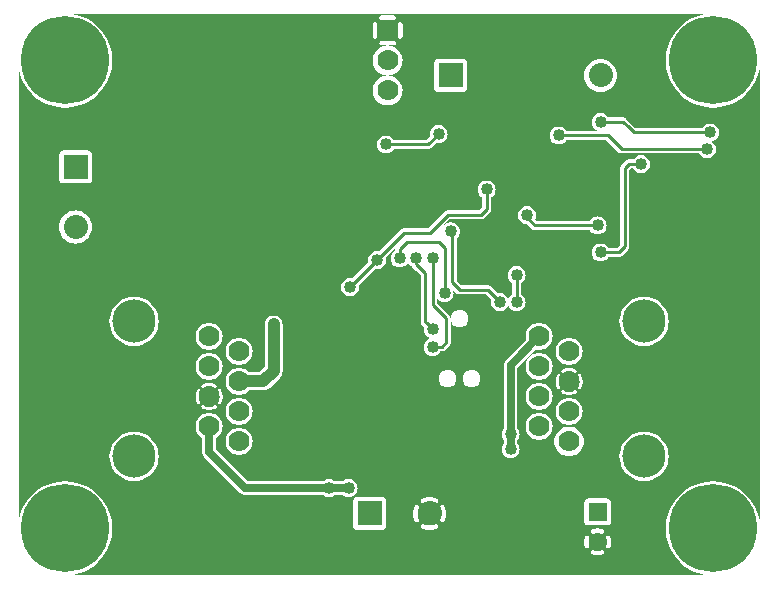
<source format=gbr>
G04 start of page 3 for group 1 idx 1 *
G04 Title: (unknown), solder *
G04 Creator: pcb 20140316 *
G04 CreationDate: Sat 17 Sep 2016 09:31:19 PM GMT UTC *
G04 For: ndholmes *
G04 Format: Gerber/RS-274X *
G04 PCB-Dimensions (mil): 2500.00 1900.00 *
G04 PCB-Coordinate-Origin: lower left *
%MOIN*%
%FSLAX25Y25*%
%LNBOTTOM*%
%ADD56C,0.0380*%
%ADD55C,0.1285*%
%ADD54C,0.1280*%
%ADD53C,0.0300*%
%ADD52C,0.0480*%
%ADD51C,0.0390*%
%ADD50C,0.0200*%
%ADD49C,0.0600*%
%ADD48C,0.2937*%
%ADD47C,0.1440*%
%ADD46C,0.0800*%
%ADD45C,0.0700*%
%ADD44C,0.0400*%
%ADD43C,0.0100*%
%ADD42C,0.0250*%
%ADD41C,0.0001*%
G54D41*G36*
X202245Y188500D02*X230378D01*
X228138Y187962D01*
X225858Y187018D01*
X223753Y185728D01*
X221876Y184124D01*
X220272Y182247D01*
X218982Y180142D01*
X218038Y177862D01*
X217461Y175461D01*
X217268Y173000D01*
X217461Y170539D01*
X218038Y168138D01*
X218982Y165858D01*
X220272Y163753D01*
X221876Y161876D01*
X223753Y160272D01*
X225858Y158982D01*
X228138Y158038D01*
X230539Y157461D01*
X233000Y157268D01*
X235461Y157461D01*
X237862Y158038D01*
X240142Y158982D01*
X242247Y160272D01*
X244124Y161876D01*
X245728Y163753D01*
X247018Y165858D01*
X247962Y168138D01*
X248500Y170378D01*
Y19622D01*
X247962Y21862D01*
X247018Y24142D01*
X245728Y26247D01*
X244124Y28124D01*
X242247Y29728D01*
X240142Y31018D01*
X237862Y31962D01*
X235461Y32539D01*
X233000Y32732D01*
X230539Y32539D01*
X228138Y31962D01*
X225858Y31018D01*
X223753Y29728D01*
X221876Y28124D01*
X220272Y26247D01*
X218982Y24142D01*
X218038Y21862D01*
X217461Y19461D01*
X217268Y17000D01*
X217461Y14539D01*
X218038Y12138D01*
X218982Y9858D01*
X220272Y7753D01*
X221876Y5876D01*
X223753Y4272D01*
X225858Y2982D01*
X228138Y2038D01*
X230378Y1500D01*
X202245D01*
Y38294D01*
X202671Y37266D01*
X203346Y36165D01*
X204184Y35184D01*
X205165Y34346D01*
X206266Y33671D01*
X207458Y33177D01*
X208713Y32876D01*
X210000Y32775D01*
X211287Y32876D01*
X212542Y33177D01*
X213734Y33671D01*
X214835Y34346D01*
X215816Y35184D01*
X216654Y36165D01*
X217329Y37266D01*
X217823Y38458D01*
X218124Y39713D01*
X218200Y41000D01*
X218124Y42287D01*
X217823Y43542D01*
X217329Y44734D01*
X216654Y45835D01*
X215816Y46816D01*
X214835Y47654D01*
X213734Y48329D01*
X212542Y48823D01*
X211287Y49124D01*
X210000Y49225D01*
X208713Y49124D01*
X207458Y48823D01*
X206266Y48329D01*
X205165Y47654D01*
X204184Y46816D01*
X203346Y45835D01*
X202671Y44734D01*
X202245Y43706D01*
Y83294D01*
X202671Y82266D01*
X203346Y81165D01*
X204184Y80184D01*
X205165Y79346D01*
X206266Y78671D01*
X207458Y78177D01*
X208713Y77876D01*
X210000Y77775D01*
X211287Y77876D01*
X212542Y78177D01*
X213734Y78671D01*
X214835Y79346D01*
X215816Y80184D01*
X216654Y81165D01*
X217329Y82266D01*
X217823Y83458D01*
X218124Y84713D01*
X218200Y86000D01*
X218124Y87287D01*
X217823Y88542D01*
X217329Y89734D01*
X216654Y90835D01*
X215816Y91816D01*
X214835Y92654D01*
X213734Y93329D01*
X212542Y93823D01*
X211287Y94124D01*
X210000Y94225D01*
X208713Y94124D01*
X207458Y93823D01*
X206266Y93329D01*
X205165Y92654D01*
X204184Y91816D01*
X203346Y90835D01*
X202671Y89734D01*
X202245Y88706D01*
Y107698D01*
X202384Y107783D01*
X202564Y107936D01*
X202602Y107981D01*
X204519Y109898D01*
X204564Y109936D01*
X204717Y110115D01*
X204717Y110116D01*
X204841Y110317D01*
X204931Y110535D01*
X204986Y110765D01*
X205005Y111000D01*
X205000Y111059D01*
Y136379D01*
X205621Y137000D01*
X206401D01*
X206565Y136731D01*
X206872Y136372D01*
X207231Y136065D01*
X207634Y135819D01*
X208070Y135638D01*
X208529Y135528D01*
X209000Y135491D01*
X209471Y135528D01*
X209930Y135638D01*
X210366Y135819D01*
X210769Y136065D01*
X211128Y136372D01*
X211435Y136731D01*
X211681Y137134D01*
X211862Y137570D01*
X211972Y138029D01*
X212000Y138500D01*
X211972Y138971D01*
X211862Y139430D01*
X211681Y139866D01*
X211435Y140269D01*
X211128Y140628D01*
X210769Y140935D01*
X210366Y141181D01*
X209930Y141362D01*
X209471Y141472D01*
X209000Y141509D01*
X208529Y141472D01*
X208070Y141362D01*
X207634Y141181D01*
X207231Y140935D01*
X206872Y140628D01*
X206565Y140269D01*
X206401Y140000D01*
X205059D01*
X205000Y140005D01*
X204765Y139986D01*
X204535Y139931D01*
X204317Y139841D01*
X204116Y139717D01*
X204115Y139717D01*
X203936Y139564D01*
X203898Y139519D01*
X202481Y138102D01*
X202436Y138064D01*
X202283Y137884D01*
X202245Y137823D01*
Y142019D01*
X202265Y142014D01*
X202500Y141995D01*
X202559Y142000D01*
X228401D01*
X228565Y141731D01*
X228872Y141372D01*
X229231Y141065D01*
X229634Y140819D01*
X230070Y140638D01*
X230529Y140528D01*
X231000Y140491D01*
X231471Y140528D01*
X231930Y140638D01*
X232366Y140819D01*
X232769Y141065D01*
X233128Y141372D01*
X233435Y141731D01*
X233681Y142134D01*
X233862Y142570D01*
X233972Y143029D01*
X234000Y143500D01*
X233972Y143971D01*
X233862Y144430D01*
X233681Y144866D01*
X233435Y145269D01*
X233128Y145628D01*
X232769Y145935D01*
X232576Y146053D01*
X232930Y146138D01*
X233366Y146319D01*
X233769Y146565D01*
X234128Y146872D01*
X234435Y147231D01*
X234681Y147634D01*
X234862Y148070D01*
X234972Y148529D01*
X235000Y149000D01*
X234972Y149471D01*
X234862Y149930D01*
X234681Y150366D01*
X234435Y150769D01*
X234128Y151128D01*
X233769Y151435D01*
X233366Y151681D01*
X232930Y151862D01*
X232471Y151972D01*
X232000Y152009D01*
X231529Y151972D01*
X231070Y151862D01*
X230634Y151681D01*
X230231Y151435D01*
X229872Y151128D01*
X229565Y150769D01*
X229401Y150500D01*
X207121D01*
X204102Y153519D01*
X204064Y153564D01*
X203884Y153717D01*
X203683Y153841D01*
X203465Y153931D01*
X203235Y153986D01*
X203000Y154005D01*
X202941Y154000D01*
X202245D01*
Y188500D01*
G37*
G36*
X194500Y114991D02*X194971Y115028D01*
X195430Y115138D01*
X195866Y115319D01*
X196269Y115565D01*
X196628Y115872D01*
X196935Y116231D01*
X197181Y116634D01*
X197362Y117070D01*
X197472Y117529D01*
X197500Y118000D01*
X197472Y118471D01*
X197362Y118930D01*
X197181Y119366D01*
X196935Y119769D01*
X196628Y120128D01*
X196269Y120435D01*
X195866Y120681D01*
X195430Y120862D01*
X194971Y120972D01*
X194500Y121009D01*
Y146500D01*
X197379D01*
X201398Y142481D01*
X201436Y142436D01*
X201615Y142283D01*
X201616Y142283D01*
X201817Y142159D01*
X202035Y142069D01*
X202245Y142019D01*
Y137823D01*
X202159Y137683D01*
X202069Y137465D01*
X202014Y137235D01*
X202014Y137235D01*
X201995Y137000D01*
X202000Y136941D01*
Y111621D01*
X200879Y110500D01*
X198099D01*
X197935Y110769D01*
X197628Y111128D01*
X197269Y111435D01*
X196866Y111681D01*
X196430Y111862D01*
X195971Y111972D01*
X195500Y112009D01*
X195029Y111972D01*
X194570Y111862D01*
X194500Y111833D01*
Y114991D01*
G37*
G36*
X202245Y1500D02*X198113D01*
Y10353D01*
X198156Y10360D01*
X198268Y10397D01*
X198373Y10452D01*
X198468Y10522D01*
X198551Y10606D01*
X198619Y10702D01*
X198670Y10808D01*
X198818Y11216D01*
X198922Y11637D01*
X198984Y12067D01*
X199005Y12500D01*
X198984Y12933D01*
X198922Y13363D01*
X198818Y13784D01*
X198675Y14194D01*
X198622Y14300D01*
X198553Y14396D01*
X198470Y14481D01*
X198375Y14551D01*
X198269Y14606D01*
X198157Y14643D01*
X198113Y14651D01*
Y18130D01*
X198183Y18159D01*
X198384Y18283D01*
X198564Y18436D01*
X198717Y18616D01*
X198841Y18817D01*
X198931Y19035D01*
X198986Y19265D01*
X199000Y19500D01*
X198986Y25735D01*
X198931Y25965D01*
X198841Y26183D01*
X198717Y26384D01*
X198564Y26564D01*
X198384Y26717D01*
X198183Y26841D01*
X198113Y26870D01*
Y107500D01*
X201441D01*
X201500Y107495D01*
X201735Y107514D01*
X201735Y107514D01*
X201965Y107569D01*
X202183Y107659D01*
X202245Y107698D01*
Y88706D01*
X202177Y88542D01*
X201876Y87287D01*
X201775Y86000D01*
X201876Y84713D01*
X202177Y83458D01*
X202245Y83294D01*
Y43706D01*
X202177Y43542D01*
X201876Y42287D01*
X201775Y41000D01*
X201876Y39713D01*
X202177Y38458D01*
X202245Y38294D01*
Y1500D01*
G37*
G36*
X198113Y26870D02*X197965Y26931D01*
X197735Y26986D01*
X197500Y27000D01*
X194500Y26993D01*
Y106167D01*
X194570Y106138D01*
X195029Y106028D01*
X195500Y105991D01*
X195971Y106028D01*
X196430Y106138D01*
X196866Y106319D01*
X197269Y106565D01*
X197628Y106872D01*
X197935Y107231D01*
X198099Y107500D01*
X198113D01*
Y26870D01*
G37*
G36*
Y1500D02*X194500D01*
Y7995D01*
X194933Y8016D01*
X195363Y8078D01*
X195784Y8182D01*
X196194Y8325D01*
X196300Y8378D01*
X196396Y8447D01*
X196481Y8530D01*
X196551Y8625D01*
X196606Y8731D01*
X196643Y8843D01*
X196663Y8960D01*
X196664Y9079D01*
X196646Y9196D01*
X196610Y9309D01*
X196557Y9415D01*
X196488Y9512D01*
X196405Y9596D01*
X196309Y9667D01*
X196204Y9721D01*
X196092Y9759D01*
X195975Y9778D01*
X195856Y9779D01*
X195739Y9761D01*
X195626Y9723D01*
X195355Y9624D01*
X195075Y9556D01*
X194789Y9514D01*
X194500Y9500D01*
Y15500D01*
X194789Y15486D01*
X195075Y15444D01*
X195355Y15376D01*
X195628Y15280D01*
X195739Y15242D01*
X195856Y15225D01*
X195974Y15225D01*
X196091Y15245D01*
X196203Y15282D01*
X196307Y15336D01*
X196402Y15406D01*
X196485Y15491D01*
X196554Y15587D01*
X196607Y15692D01*
X196643Y15805D01*
X196660Y15921D01*
X196659Y16039D01*
X196640Y16156D01*
X196603Y16268D01*
X196548Y16373D01*
X196478Y16468D01*
X196394Y16551D01*
X196298Y16619D01*
X196192Y16670D01*
X195784Y16818D01*
X195363Y16922D01*
X194933Y16984D01*
X194500Y17005D01*
Y18007D01*
X197735Y18014D01*
X197965Y18069D01*
X198113Y18130D01*
Y14651D01*
X198040Y14663D01*
X197921Y14664D01*
X197804Y14646D01*
X197691Y14610D01*
X197585Y14557D01*
X197488Y14488D01*
X197404Y14405D01*
X197333Y14309D01*
X197279Y14204D01*
X197241Y14092D01*
X197222Y13975D01*
X197221Y13856D01*
X197239Y13739D01*
X197277Y13626D01*
X197376Y13355D01*
X197444Y13075D01*
X197486Y12789D01*
X197500Y12500D01*
X197486Y12211D01*
X197444Y11925D01*
X197376Y11645D01*
X197280Y11372D01*
X197242Y11261D01*
X197225Y11144D01*
X197225Y11026D01*
X197245Y10909D01*
X197282Y10797D01*
X197336Y10693D01*
X197406Y10598D01*
X197491Y10515D01*
X197587Y10446D01*
X197692Y10393D01*
X197805Y10357D01*
X197921Y10340D01*
X198039Y10341D01*
X198113Y10353D01*
Y1500D01*
G37*
G36*
X194500Y121009D02*X194029Y120972D01*
X193570Y120862D01*
X193134Y120681D01*
X192731Y120435D01*
X192372Y120128D01*
X192065Y119769D01*
X191901Y119500D01*
X188720D01*
Y146500D01*
X194500D01*
Y121009D01*
G37*
G36*
X190887Y116500D02*X191901D01*
X192065Y116231D01*
X192372Y115872D01*
X192731Y115565D01*
X193134Y115319D01*
X193570Y115138D01*
X194029Y115028D01*
X194500Y114991D01*
Y111833D01*
X194134Y111681D01*
X193731Y111435D01*
X193372Y111128D01*
X193065Y110769D01*
X192819Y110366D01*
X192638Y109930D01*
X192528Y109471D01*
X192491Y109000D01*
X192528Y108529D01*
X192638Y108070D01*
X192819Y107634D01*
X193065Y107231D01*
X193372Y106872D01*
X193731Y106565D01*
X194134Y106319D01*
X194500Y106167D01*
Y26993D01*
X191265Y26986D01*
X191035Y26931D01*
X190887Y26870D01*
Y116500D01*
G37*
G36*
X194500Y1500D02*X190887D01*
Y10349D01*
X190960Y10337D01*
X191079Y10336D01*
X191196Y10354D01*
X191309Y10390D01*
X191415Y10443D01*
X191512Y10512D01*
X191596Y10595D01*
X191667Y10691D01*
X191721Y10796D01*
X191759Y10908D01*
X191778Y11025D01*
X191779Y11144D01*
X191761Y11261D01*
X191723Y11374D01*
X191624Y11645D01*
X191556Y11925D01*
X191514Y12211D01*
X191500Y12500D01*
X191514Y12789D01*
X191556Y13075D01*
X191624Y13355D01*
X191720Y13628D01*
X191758Y13739D01*
X191775Y13856D01*
X191775Y13974D01*
X191755Y14091D01*
X191718Y14203D01*
X191664Y14307D01*
X191594Y14402D01*
X191509Y14485D01*
X191413Y14554D01*
X191308Y14607D01*
X191195Y14643D01*
X191079Y14660D01*
X190961Y14659D01*
X190887Y14647D01*
Y18130D01*
X191035Y18069D01*
X191265Y18014D01*
X191500Y18000D01*
X194500Y18007D01*
Y17005D01*
X194067Y16984D01*
X193637Y16922D01*
X193216Y16818D01*
X192806Y16675D01*
X192700Y16622D01*
X192604Y16553D01*
X192519Y16470D01*
X192449Y16375D01*
X192394Y16269D01*
X192357Y16157D01*
X192337Y16040D01*
X192336Y15921D01*
X192354Y15804D01*
X192390Y15691D01*
X192443Y15585D01*
X192512Y15488D01*
X192595Y15404D01*
X192691Y15333D01*
X192796Y15279D01*
X192908Y15241D01*
X193025Y15222D01*
X193144Y15221D01*
X193261Y15239D01*
X193374Y15277D01*
X193645Y15376D01*
X193925Y15444D01*
X194211Y15486D01*
X194500Y15500D01*
Y9500D01*
X194211Y9514D01*
X193925Y9556D01*
X193645Y9624D01*
X193372Y9720D01*
X193261Y9758D01*
X193144Y9775D01*
X193026Y9775D01*
X192909Y9755D01*
X192797Y9718D01*
X192693Y9664D01*
X192598Y9594D01*
X192515Y9509D01*
X192446Y9413D01*
X192393Y9308D01*
X192357Y9195D01*
X192340Y9079D01*
X192341Y8961D01*
X192360Y8844D01*
X192397Y8732D01*
X192452Y8627D01*
X192522Y8532D01*
X192606Y8449D01*
X192702Y8381D01*
X192808Y8330D01*
X193216Y8182D01*
X193637Y8078D01*
X194067Y8016D01*
X194500Y7995D01*
Y1500D01*
G37*
G36*
X190887D02*X188720D01*
Y42811D01*
X188976Y43111D01*
X189379Y43769D01*
X189675Y44481D01*
X189855Y45231D01*
X189900Y46000D01*
X189855Y46769D01*
X189675Y47519D01*
X189379Y48231D01*
X188976Y48889D01*
X188720Y49189D01*
Y53459D01*
X189022Y53951D01*
X189293Y54605D01*
X189458Y55294D01*
X189500Y56000D01*
X189458Y56706D01*
X189293Y57395D01*
X189022Y58049D01*
X188720Y58541D01*
Y63544D01*
X188771Y63583D01*
X188826Y63639D01*
X188870Y63704D01*
X189064Y64056D01*
X189221Y64426D01*
X189344Y64809D01*
X189433Y65200D01*
X189487Y65599D01*
X189504Y66000D01*
X189487Y66401D01*
X189433Y66800D01*
X189344Y67191D01*
X189221Y67574D01*
X189064Y67944D01*
X188874Y68298D01*
X188829Y68363D01*
X188774Y68420D01*
X188720Y68460D01*
Y73459D01*
X189022Y73951D01*
X189293Y74605D01*
X189458Y75294D01*
X189500Y76000D01*
X189458Y76706D01*
X189293Y77395D01*
X189022Y78049D01*
X188720Y78541D01*
Y116500D01*
X190887D01*
Y26870D01*
X190817Y26841D01*
X190616Y26717D01*
X190436Y26564D01*
X190283Y26384D01*
X190159Y26183D01*
X190069Y25965D01*
X190014Y25735D01*
X190000Y25500D01*
X190014Y19265D01*
X190069Y19035D01*
X190159Y18817D01*
X190283Y18616D01*
X190436Y18436D01*
X190616Y18283D01*
X190817Y18159D01*
X190887Y18130D01*
Y14647D01*
X190844Y14640D01*
X190732Y14603D01*
X190627Y14548D01*
X190532Y14478D01*
X190449Y14394D01*
X190381Y14298D01*
X190330Y14192D01*
X190182Y13784D01*
X190078Y13363D01*
X190016Y12933D01*
X189995Y12500D01*
X190016Y12067D01*
X190078Y11637D01*
X190182Y11216D01*
X190325Y10806D01*
X190378Y10700D01*
X190447Y10604D01*
X190530Y10519D01*
X190625Y10449D01*
X190731Y10394D01*
X190843Y10357D01*
X190887Y10349D01*
Y1500D01*
G37*
G36*
X188720Y119500D02*X182745D01*
Y145269D01*
X182866Y145319D01*
X183269Y145565D01*
X183628Y145872D01*
X183935Y146231D01*
X184099Y146500D01*
X188720D01*
Y119500D01*
G37*
G36*
Y78541D02*X188652Y78653D01*
X188192Y79192D01*
X187653Y79652D01*
X187049Y80022D01*
X186395Y80293D01*
X185706Y80458D01*
X185000Y80514D01*
X184294Y80458D01*
X183605Y80293D01*
X182951Y80022D01*
X182745Y79896D01*
Y116500D01*
X188720D01*
Y78541D01*
G37*
G36*
Y58541D02*X188652Y58653D01*
X188192Y59192D01*
X187653Y59652D01*
X187049Y60022D01*
X186395Y60293D01*
X185706Y60458D01*
X185000Y60514D01*
X184294Y60458D01*
X183605Y60293D01*
X182951Y60022D01*
X182745Y59896D01*
Y62107D01*
X183056Y61936D01*
X183426Y61779D01*
X183809Y61656D01*
X184200Y61567D01*
X184599Y61513D01*
X185000Y61496D01*
X185401Y61513D01*
X185800Y61567D01*
X186191Y61656D01*
X186574Y61779D01*
X186944Y61936D01*
X187298Y62126D01*
X187363Y62171D01*
X187420Y62226D01*
X187468Y62290D01*
X187504Y62360D01*
X187530Y62435D01*
X187544Y62513D01*
X187545Y62592D01*
X187533Y62671D01*
X187510Y62746D01*
X187475Y62817D01*
X187429Y62882D01*
X187374Y62939D01*
X187311Y62987D01*
X187241Y63024D01*
X187166Y63049D01*
X187088Y63063D01*
X187008Y63064D01*
X186930Y63052D01*
X186854Y63029D01*
X186784Y62993D01*
X186510Y62843D01*
X186223Y62721D01*
X185926Y62625D01*
X185621Y62556D01*
X185312Y62514D01*
X185000Y62500D01*
X184688Y62514D01*
X184379Y62556D01*
X184074Y62625D01*
X183777Y62721D01*
X183490Y62843D01*
X183214Y62990D01*
X183145Y63026D01*
X183069Y63049D01*
X182991Y63060D01*
X182913Y63059D01*
X182835Y63046D01*
X182761Y63020D01*
X182745Y63012D01*
Y68984D01*
X182759Y68976D01*
X182834Y68951D01*
X182912Y68937D01*
X182992Y68936D01*
X183070Y68948D01*
X183146Y68971D01*
X183216Y69007D01*
X183490Y69157D01*
X183777Y69279D01*
X184074Y69375D01*
X184379Y69444D01*
X184688Y69486D01*
X185000Y69500D01*
X185312Y69486D01*
X185621Y69444D01*
X185926Y69375D01*
X186223Y69279D01*
X186510Y69157D01*
X186786Y69010D01*
X186855Y68974D01*
X186931Y68951D01*
X187009Y68940D01*
X187087Y68941D01*
X187165Y68954D01*
X187239Y68980D01*
X187309Y69016D01*
X187372Y69064D01*
X187427Y69120D01*
X187472Y69184D01*
X187507Y69255D01*
X187530Y69330D01*
X187541Y69408D01*
X187540Y69487D01*
X187527Y69564D01*
X187501Y69639D01*
X187465Y69708D01*
X187417Y69771D01*
X187361Y69826D01*
X187296Y69870D01*
X186944Y70064D01*
X186574Y70221D01*
X186191Y70344D01*
X185800Y70433D01*
X185401Y70487D01*
X185000Y70504D01*
X184599Y70487D01*
X184200Y70433D01*
X183809Y70344D01*
X183426Y70221D01*
X183056Y70064D01*
X182745Y69897D01*
Y72104D01*
X182951Y71978D01*
X183605Y71707D01*
X184294Y71542D01*
X185000Y71486D01*
X185706Y71542D01*
X186395Y71707D01*
X187049Y71978D01*
X187653Y72348D01*
X188192Y72808D01*
X188652Y73347D01*
X188720Y73459D01*
Y68460D01*
X188710Y68468D01*
X188640Y68504D01*
X188565Y68530D01*
X188487Y68544D01*
X188408Y68545D01*
X188329Y68533D01*
X188254Y68510D01*
X188183Y68475D01*
X188118Y68429D01*
X188061Y68374D01*
X188013Y68311D01*
X187976Y68241D01*
X187951Y68166D01*
X187937Y68088D01*
X187936Y68008D01*
X187948Y67930D01*
X187971Y67854D01*
X188007Y67784D01*
X188157Y67510D01*
X188279Y67223D01*
X188375Y66926D01*
X188444Y66621D01*
X188486Y66312D01*
X188500Y66000D01*
X188486Y65688D01*
X188444Y65379D01*
X188375Y65074D01*
X188279Y64777D01*
X188157Y64490D01*
X188010Y64214D01*
X187974Y64145D01*
X187951Y64069D01*
X187940Y63991D01*
X187941Y63913D01*
X187954Y63835D01*
X187980Y63761D01*
X188016Y63691D01*
X188064Y63628D01*
X188120Y63573D01*
X188184Y63528D01*
X188255Y63493D01*
X188330Y63470D01*
X188408Y63459D01*
X188487Y63460D01*
X188564Y63473D01*
X188639Y63499D01*
X188708Y63535D01*
X188720Y63544D01*
Y58541D01*
G37*
G36*
Y49189D02*X188476Y49476D01*
X187889Y49976D01*
X187231Y50379D01*
X186519Y50675D01*
X185769Y50855D01*
X185000Y50915D01*
X184231Y50855D01*
X183481Y50675D01*
X182769Y50379D01*
X182745Y50365D01*
Y52104D01*
X182951Y51978D01*
X183605Y51707D01*
X184294Y51542D01*
X185000Y51486D01*
X185706Y51542D01*
X186395Y51707D01*
X187049Y51978D01*
X187653Y52348D01*
X188192Y52808D01*
X188652Y53347D01*
X188720Y53459D01*
Y49189D01*
G37*
G36*
Y1500D02*X182745D01*
Y41635D01*
X182769Y41621D01*
X183481Y41325D01*
X184231Y41145D01*
X185000Y41085D01*
X185769Y41145D01*
X186519Y41325D01*
X187231Y41621D01*
X187889Y42024D01*
X188476Y42524D01*
X188720Y42811D01*
Y1500D01*
G37*
G36*
X195492Y188500D02*X202245D01*
Y154000D01*
X198099D01*
X197935Y154269D01*
X197628Y154628D01*
X197269Y154935D01*
X196866Y155181D01*
X196430Y155362D01*
X195971Y155472D01*
X195500Y155509D01*
X195492Y155509D01*
Y162484D01*
X195500Y162483D01*
X196363Y162551D01*
X197205Y162753D01*
X198005Y163084D01*
X198743Y163537D01*
X199401Y164099D01*
X199963Y164757D01*
X200416Y165495D01*
X200747Y166295D01*
X200949Y167137D01*
X201000Y168000D01*
X200949Y168863D01*
X200747Y169705D01*
X200416Y170505D01*
X199963Y171243D01*
X199401Y171901D01*
X198743Y172463D01*
X198005Y172916D01*
X197205Y173247D01*
X196363Y173449D01*
X195500Y173517D01*
X195492Y173516D01*
Y188500D01*
G37*
G36*
X182745D02*X195492D01*
Y173516D01*
X194637Y173449D01*
X193795Y173247D01*
X192995Y172916D01*
X192257Y172463D01*
X191599Y171901D01*
X191037Y171243D01*
X190584Y170505D01*
X190253Y169705D01*
X190051Y168863D01*
X189983Y168000D01*
X190051Y167137D01*
X190253Y166295D01*
X190584Y165495D01*
X191037Y164757D01*
X191599Y164099D01*
X192257Y163537D01*
X192995Y163084D01*
X193795Y162753D01*
X194637Y162551D01*
X195492Y162484D01*
Y155509D01*
X195029Y155472D01*
X194570Y155362D01*
X194134Y155181D01*
X193731Y154935D01*
X193372Y154628D01*
X193065Y154269D01*
X192819Y153866D01*
X192638Y153430D01*
X192528Y152971D01*
X192491Y152500D01*
X192528Y152029D01*
X192638Y151570D01*
X192819Y151134D01*
X193065Y150731D01*
X193372Y150372D01*
X193731Y150065D01*
X194134Y149819D01*
X194570Y149638D01*
X195029Y149528D01*
X195382Y149500D01*
X184099D01*
X183935Y149769D01*
X183628Y150128D01*
X183269Y150435D01*
X182866Y150681D01*
X182745Y150731D01*
Y188500D01*
G37*
G36*
X181280Y42811D02*X181524Y42524D01*
X182111Y42024D01*
X182745Y41635D01*
Y1500D01*
X181280D01*
Y42811D01*
G37*
G36*
Y53459D02*X181348Y53347D01*
X181808Y52808D01*
X182347Y52348D01*
X182745Y52104D01*
Y50365D01*
X182111Y49976D01*
X181524Y49476D01*
X181280Y49189D01*
Y53459D01*
G37*
G36*
Y73459D02*X181348Y73347D01*
X181808Y72808D01*
X182347Y72348D01*
X182745Y72104D01*
Y69897D01*
X182702Y69874D01*
X182637Y69829D01*
X182580Y69774D01*
X182532Y69710D01*
X182496Y69640D01*
X182470Y69565D01*
X182456Y69487D01*
X182455Y69408D01*
X182467Y69329D01*
X182490Y69254D01*
X182525Y69183D01*
X182571Y69118D01*
X182626Y69061D01*
X182689Y69013D01*
X182745Y68984D01*
Y63012D01*
X182691Y62984D01*
X182628Y62936D01*
X182573Y62880D01*
X182528Y62816D01*
X182493Y62745D01*
X182470Y62670D01*
X182459Y62592D01*
X182460Y62513D01*
X182473Y62436D01*
X182499Y62361D01*
X182535Y62292D01*
X182583Y62229D01*
X182639Y62174D01*
X182704Y62130D01*
X182745Y62107D01*
Y59896D01*
X182347Y59652D01*
X181808Y59192D01*
X181348Y58653D01*
X181280Y58541D01*
Y63540D01*
X181290Y63532D01*
X181360Y63496D01*
X181435Y63470D01*
X181513Y63456D01*
X181592Y63455D01*
X181671Y63467D01*
X181746Y63490D01*
X181817Y63525D01*
X181882Y63571D01*
X181939Y63626D01*
X181987Y63689D01*
X182024Y63759D01*
X182049Y63834D01*
X182063Y63912D01*
X182064Y63992D01*
X182052Y64070D01*
X182029Y64146D01*
X181993Y64216D01*
X181843Y64490D01*
X181721Y64777D01*
X181625Y65074D01*
X181556Y65379D01*
X181514Y65688D01*
X181500Y66000D01*
X181514Y66312D01*
X181556Y66621D01*
X181625Y66926D01*
X181721Y67223D01*
X181843Y67510D01*
X181990Y67786D01*
X182026Y67855D01*
X182049Y67931D01*
X182060Y68009D01*
X182059Y68087D01*
X182046Y68165D01*
X182020Y68239D01*
X181984Y68309D01*
X181936Y68372D01*
X181880Y68427D01*
X181816Y68472D01*
X181745Y68507D01*
X181670Y68530D01*
X181592Y68541D01*
X181513Y68540D01*
X181436Y68527D01*
X181361Y68501D01*
X181292Y68465D01*
X181280Y68456D01*
Y73459D01*
G37*
G36*
Y116500D02*X182745D01*
Y79896D01*
X182347Y79652D01*
X181808Y79192D01*
X181348Y78653D01*
X181280Y78541D01*
Y116500D01*
G37*
G36*
X170995Y118383D02*X172398Y116981D01*
X172436Y116936D01*
X172616Y116783D01*
X172817Y116659D01*
X173035Y116569D01*
X173265Y116514D01*
X173500Y116495D01*
X173559Y116500D01*
X181280D01*
Y78541D01*
X180978Y78049D01*
X180707Y77395D01*
X180542Y76706D01*
X180486Y76000D01*
X180542Y75294D01*
X180707Y74605D01*
X180978Y73951D01*
X181280Y73459D01*
Y68456D01*
X181229Y68417D01*
X181174Y68361D01*
X181130Y68296D01*
X180936Y67944D01*
X180779Y67574D01*
X180656Y67191D01*
X180567Y66800D01*
X180513Y66401D01*
X180496Y66000D01*
X180513Y65599D01*
X180567Y65200D01*
X180656Y64809D01*
X180779Y64426D01*
X180936Y64056D01*
X181126Y63702D01*
X181171Y63637D01*
X181226Y63580D01*
X181280Y63540D01*
Y58541D01*
X180978Y58049D01*
X180707Y57395D01*
X180542Y56706D01*
X180486Y56000D01*
X180542Y55294D01*
X180707Y54605D01*
X180978Y53951D01*
X181280Y53459D01*
Y49189D01*
X181024Y48889D01*
X180621Y48231D01*
X180325Y47519D01*
X180145Y46769D01*
X180085Y46000D01*
X180145Y45231D01*
X180325Y44481D01*
X180621Y43769D01*
X181024Y43111D01*
X181280Y42811D01*
Y1500D01*
X170995D01*
Y48923D01*
X171348Y48347D01*
X171808Y47808D01*
X172347Y47348D01*
X172951Y46978D01*
X173605Y46707D01*
X174294Y46542D01*
X175000Y46486D01*
X175706Y46542D01*
X176395Y46707D01*
X177049Y46978D01*
X177653Y47348D01*
X178192Y47808D01*
X178652Y48347D01*
X179022Y48951D01*
X179293Y49605D01*
X179458Y50294D01*
X179500Y51000D01*
X179458Y51706D01*
X179293Y52395D01*
X179022Y53049D01*
X178652Y53653D01*
X178192Y54192D01*
X177653Y54652D01*
X177049Y55022D01*
X176395Y55293D01*
X175706Y55458D01*
X175000Y55514D01*
X174294Y55458D01*
X173605Y55293D01*
X172951Y55022D01*
X172347Y54652D01*
X171808Y54192D01*
X171348Y53653D01*
X170995Y53077D01*
Y58923D01*
X171348Y58347D01*
X171808Y57808D01*
X172347Y57348D01*
X172951Y56978D01*
X173605Y56707D01*
X174294Y56542D01*
X175000Y56486D01*
X175706Y56542D01*
X176395Y56707D01*
X177049Y56978D01*
X177653Y57348D01*
X178192Y57808D01*
X178652Y58347D01*
X179022Y58951D01*
X179293Y59605D01*
X179458Y60294D01*
X179500Y61000D01*
X179458Y61706D01*
X179293Y62395D01*
X179022Y63049D01*
X178652Y63653D01*
X178192Y64192D01*
X177653Y64652D01*
X177049Y65022D01*
X176395Y65293D01*
X175706Y65458D01*
X175000Y65514D01*
X174294Y65458D01*
X173605Y65293D01*
X172951Y65022D01*
X172347Y64652D01*
X171808Y64192D01*
X171348Y63653D01*
X170995Y63077D01*
Y68923D01*
X171348Y68347D01*
X171808Y67808D01*
X172347Y67348D01*
X172951Y66978D01*
X173605Y66707D01*
X174294Y66542D01*
X175000Y66486D01*
X175706Y66542D01*
X176395Y66707D01*
X177049Y66978D01*
X177653Y67348D01*
X178192Y67808D01*
X178652Y68347D01*
X179022Y68951D01*
X179293Y69605D01*
X179458Y70294D01*
X179500Y71000D01*
X179458Y71706D01*
X179293Y72395D01*
X179022Y73049D01*
X178652Y73653D01*
X178192Y74192D01*
X177653Y74652D01*
X177049Y75022D01*
X176395Y75293D01*
X175706Y75458D01*
X175000Y75514D01*
X174294Y75458D01*
X173605Y75293D01*
X172951Y75022D01*
X172347Y74652D01*
X171808Y74192D01*
X171348Y73653D01*
X170995Y73077D01*
Y73813D01*
X173834Y76652D01*
X174294Y76542D01*
X175000Y76486D01*
X175706Y76542D01*
X176395Y76707D01*
X177049Y76978D01*
X177653Y77348D01*
X178192Y77808D01*
X178652Y78347D01*
X179022Y78951D01*
X179293Y79605D01*
X179458Y80294D01*
X179500Y81000D01*
X179458Y81706D01*
X179293Y82395D01*
X179022Y83049D01*
X178652Y83653D01*
X178192Y84192D01*
X177653Y84652D01*
X177049Y85022D01*
X176395Y85293D01*
X175706Y85458D01*
X175000Y85514D01*
X174294Y85458D01*
X173605Y85293D01*
X172951Y85022D01*
X172347Y84652D01*
X171808Y84192D01*
X171348Y83653D01*
X170995Y83077D01*
Y118383D01*
G37*
G36*
Y188500D02*X182745D01*
Y150731D01*
X182430Y150862D01*
X181971Y150972D01*
X181500Y151009D01*
X181029Y150972D01*
X180570Y150862D01*
X180134Y150681D01*
X179731Y150435D01*
X179372Y150128D01*
X179065Y149769D01*
X178819Y149366D01*
X178638Y148930D01*
X178528Y148471D01*
X178491Y148000D01*
X178528Y147529D01*
X178638Y147070D01*
X178819Y146634D01*
X179065Y146231D01*
X179372Y145872D01*
X179731Y145565D01*
X180134Y145319D01*
X180570Y145138D01*
X181029Y145028D01*
X181500Y144991D01*
X181971Y145028D01*
X182430Y145138D01*
X182745Y145269D01*
Y119500D01*
X174121D01*
X173608Y120014D01*
X173681Y120134D01*
X173862Y120570D01*
X173972Y121029D01*
X174000Y121500D01*
X173972Y121971D01*
X173862Y122430D01*
X173681Y122866D01*
X173435Y123269D01*
X173128Y123628D01*
X172769Y123935D01*
X172366Y124181D01*
X171930Y124362D01*
X171471Y124472D01*
X171000Y124509D01*
X170995Y124509D01*
Y188500D01*
G37*
G36*
X152495D02*X170995D01*
Y124509D01*
X170529Y124472D01*
X170070Y124362D01*
X169634Y124181D01*
X169231Y123935D01*
X168872Y123628D01*
X168565Y123269D01*
X168319Y122866D01*
X168138Y122430D01*
X168028Y121971D01*
X167991Y121500D01*
X168028Y121029D01*
X168138Y120570D01*
X168319Y120134D01*
X168565Y119731D01*
X168872Y119372D01*
X169231Y119065D01*
X169634Y118819D01*
X170070Y118638D01*
X170529Y118528D01*
X170878Y118500D01*
X170995Y118383D01*
Y83077D01*
X170978Y83049D01*
X170707Y82395D01*
X170542Y81706D01*
X170486Y81000D01*
X170542Y80294D01*
X170652Y79834D01*
X163971Y73153D01*
X163904Y73096D01*
X163674Y72827D01*
X163489Y72525D01*
X163354Y72197D01*
X163271Y71853D01*
X163271Y71853D01*
X163243Y71500D01*
X163250Y71412D01*
Y50500D01*
X163250Y50500D01*
Y50485D01*
X163065Y50269D01*
X162819Y49866D01*
X162638Y49430D01*
X162528Y48971D01*
X162491Y48500D01*
X162528Y48029D01*
X162638Y47570D01*
X162819Y47134D01*
X163065Y46731D01*
X163250Y46515D01*
Y45485D01*
X163065Y45269D01*
X162819Y44866D01*
X162638Y44430D01*
X162528Y43971D01*
X162491Y43500D01*
X162528Y43029D01*
X162638Y42570D01*
X162819Y42134D01*
X163065Y41731D01*
X163372Y41372D01*
X163731Y41065D01*
X164134Y40819D01*
X164570Y40638D01*
X165029Y40528D01*
X165500Y40491D01*
X165971Y40528D01*
X166430Y40638D01*
X166866Y40819D01*
X167269Y41065D01*
X167628Y41372D01*
X167935Y41731D01*
X168181Y42134D01*
X168362Y42570D01*
X168472Y43029D01*
X168500Y43500D01*
X168472Y43971D01*
X168362Y44430D01*
X168181Y44866D01*
X167935Y45269D01*
X167750Y45485D01*
Y46515D01*
X167935Y46731D01*
X168181Y47134D01*
X168362Y47570D01*
X168472Y48029D01*
X168500Y48500D01*
X168472Y48971D01*
X168362Y49430D01*
X168181Y49866D01*
X167935Y50269D01*
X167750Y50485D01*
Y50500D01*
X167750Y50500D01*
Y70568D01*
X170995Y73813D01*
Y73077D01*
X170978Y73049D01*
X170707Y72395D01*
X170542Y71706D01*
X170486Y71000D01*
X170542Y70294D01*
X170707Y69605D01*
X170978Y68951D01*
X170995Y68923D01*
Y63077D01*
X170978Y63049D01*
X170707Y62395D01*
X170542Y61706D01*
X170486Y61000D01*
X170542Y60294D01*
X170707Y59605D01*
X170978Y58951D01*
X170995Y58923D01*
Y53077D01*
X170978Y53049D01*
X170707Y52395D01*
X170542Y51706D01*
X170486Y51000D01*
X170542Y50294D01*
X170707Y49605D01*
X170978Y48951D01*
X170995Y48923D01*
Y1500D01*
X152495D01*
Y64041D01*
X152500Y64041D01*
X152963Y64077D01*
X153414Y64186D01*
X153843Y64363D01*
X154239Y64606D01*
X154592Y64908D01*
X154894Y65261D01*
X155137Y65657D01*
X155314Y66086D01*
X155423Y66537D01*
X155450Y67000D01*
X155423Y67463D01*
X155314Y67914D01*
X155137Y68343D01*
X154894Y68739D01*
X154592Y69092D01*
X154239Y69394D01*
X153843Y69637D01*
X153414Y69814D01*
X152963Y69923D01*
X152500Y69959D01*
X152495Y69959D01*
Y95000D01*
X157379D01*
X159101Y93277D01*
X159028Y92971D01*
X158991Y92500D01*
X159028Y92029D01*
X159138Y91570D01*
X159319Y91134D01*
X159565Y90731D01*
X159872Y90372D01*
X160231Y90065D01*
X160634Y89819D01*
X161070Y89638D01*
X161529Y89528D01*
X162000Y89491D01*
X162471Y89528D01*
X162930Y89638D01*
X163366Y89819D01*
X163769Y90065D01*
X164128Y90372D01*
X164435Y90731D01*
X164681Y91134D01*
X164750Y91300D01*
X164819Y91134D01*
X165065Y90731D01*
X165372Y90372D01*
X165731Y90065D01*
X166134Y89819D01*
X166570Y89638D01*
X167029Y89528D01*
X167500Y89491D01*
X167971Y89528D01*
X168430Y89638D01*
X168866Y89819D01*
X169269Y90065D01*
X169628Y90372D01*
X169935Y90731D01*
X170181Y91134D01*
X170362Y91570D01*
X170472Y92029D01*
X170500Y92500D01*
X170472Y92971D01*
X170362Y93430D01*
X170181Y93866D01*
X169935Y94269D01*
X169628Y94628D01*
X169269Y94935D01*
X169000Y95099D01*
Y98901D01*
X169269Y99065D01*
X169628Y99372D01*
X169935Y99731D01*
X170181Y100134D01*
X170362Y100570D01*
X170472Y101029D01*
X170500Y101500D01*
X170472Y101971D01*
X170362Y102430D01*
X170181Y102866D01*
X169935Y103269D01*
X169628Y103628D01*
X169269Y103935D01*
X168866Y104181D01*
X168430Y104362D01*
X167971Y104472D01*
X167500Y104509D01*
X167029Y104472D01*
X166570Y104362D01*
X166134Y104181D01*
X165731Y103935D01*
X165372Y103628D01*
X165065Y103269D01*
X164819Y102866D01*
X164638Y102430D01*
X164528Y101971D01*
X164491Y101500D01*
X164528Y101029D01*
X164638Y100570D01*
X164819Y100134D01*
X165065Y99731D01*
X165372Y99372D01*
X165731Y99065D01*
X166000Y98901D01*
Y95099D01*
X165731Y94935D01*
X165372Y94628D01*
X165065Y94269D01*
X164819Y93866D01*
X164750Y93700D01*
X164681Y93866D01*
X164435Y94269D01*
X164128Y94628D01*
X163769Y94935D01*
X163366Y95181D01*
X162930Y95362D01*
X162471Y95472D01*
X162000Y95509D01*
X161529Y95472D01*
X161223Y95399D01*
X159102Y97519D01*
X159064Y97564D01*
X158884Y97717D01*
X158683Y97841D01*
X158465Y97931D01*
X158235Y97986D01*
X158235Y97986D01*
X158000Y98005D01*
X157941Y98000D01*
X152495D01*
Y120000D01*
X155441D01*
X155500Y119995D01*
X155735Y120014D01*
X155735Y120014D01*
X155965Y120069D01*
X156183Y120159D01*
X156384Y120283D01*
X156564Y120436D01*
X156602Y120481D01*
X158519Y122398D01*
X158564Y122436D01*
X158717Y122615D01*
X158717Y122616D01*
X158841Y122817D01*
X158931Y123035D01*
X158986Y123265D01*
X159005Y123500D01*
X159000Y123559D01*
Y127401D01*
X159269Y127565D01*
X159628Y127872D01*
X159935Y128231D01*
X160181Y128634D01*
X160362Y129070D01*
X160472Y129529D01*
X160500Y130000D01*
X160472Y130471D01*
X160362Y130930D01*
X160181Y131366D01*
X159935Y131769D01*
X159628Y132128D01*
X159269Y132435D01*
X158866Y132681D01*
X158430Y132862D01*
X157971Y132972D01*
X157500Y133009D01*
X157029Y132972D01*
X156570Y132862D01*
X156134Y132681D01*
X155731Y132435D01*
X155372Y132128D01*
X155065Y131769D01*
X154819Y131366D01*
X154638Y130930D01*
X154528Y130471D01*
X154491Y130000D01*
X154528Y129529D01*
X154638Y129070D01*
X154819Y128634D01*
X155065Y128231D01*
X155372Y127872D01*
X155731Y127565D01*
X156000Y127401D01*
Y124121D01*
X154879Y123000D01*
X152495D01*
Y188500D01*
G37*
G36*
Y98000D02*X149121D01*
X148495Y98626D01*
Y115198D01*
X148571Y115514D01*
X148600Y116000D01*
X148571Y116486D01*
X148495Y116802D01*
Y120000D01*
X152495D01*
Y98000D01*
G37*
G36*
Y1500D02*X148495D01*
Y84041D01*
X148500Y84041D01*
X148963Y84077D01*
X149414Y84186D01*
X149843Y84363D01*
X150239Y84606D01*
X150592Y84908D01*
X150894Y85261D01*
X151137Y85657D01*
X151314Y86086D01*
X151423Y86537D01*
X151450Y87000D01*
X151423Y87463D01*
X151314Y87914D01*
X151137Y88343D01*
X150894Y88739D01*
X150592Y89092D01*
X150239Y89394D01*
X149843Y89637D01*
X149414Y89814D01*
X148963Y89923D01*
X148500Y89959D01*
X148495Y89959D01*
Y94996D01*
X148500Y94995D01*
X148559Y95000D01*
X152495D01*
Y69959D01*
X152037Y69923D01*
X151586Y69814D01*
X151157Y69637D01*
X150761Y69394D01*
X150408Y69092D01*
X150106Y68739D01*
X149863Y68343D01*
X149686Y67914D01*
X149577Y67463D01*
X149541Y67000D01*
X149577Y66537D01*
X149686Y66086D01*
X149863Y65657D01*
X150106Y65261D01*
X150408Y64908D01*
X150761Y64606D01*
X151157Y64363D01*
X151586Y64186D01*
X152037Y64077D01*
X152495Y64041D01*
Y1500D01*
G37*
G36*
X148495Y188500D02*X152495D01*
Y123000D01*
X148495D01*
Y162512D01*
X149735Y162514D01*
X149965Y162569D01*
X150183Y162659D01*
X150384Y162783D01*
X150564Y162936D01*
X150717Y163116D01*
X150841Y163317D01*
X150931Y163535D01*
X150986Y163765D01*
X151000Y164000D01*
X150986Y172235D01*
X150931Y172465D01*
X150841Y172683D01*
X150717Y172884D01*
X150564Y173064D01*
X150384Y173217D01*
X150183Y173341D01*
X149965Y173431D01*
X149735Y173486D01*
X149500Y173500D01*
X148495Y173498D01*
Y188500D01*
G37*
G36*
Y116802D02*X148457Y116961D01*
X148271Y117412D01*
X148016Y117828D01*
X147699Y118199D01*
X147328Y118516D01*
X146912Y118771D01*
X146461Y118957D01*
X145986Y119071D01*
X145500Y119110D01*
X145014Y119071D01*
X144539Y118957D01*
X144088Y118771D01*
X143672Y118516D01*
X143431Y118309D01*
X145121Y120000D01*
X148495D01*
Y116802D01*
G37*
G36*
Y98626D02*X147500Y99621D01*
Y113631D01*
X147699Y113801D01*
X148016Y114172D01*
X148271Y114588D01*
X148457Y115039D01*
X148495Y115198D01*
Y98626D01*
G37*
G36*
Y1500D02*X144495D01*
Y64041D01*
X144500Y64041D01*
X144963Y64077D01*
X145414Y64186D01*
X145843Y64363D01*
X146239Y64606D01*
X146592Y64908D01*
X146894Y65261D01*
X147137Y65657D01*
X147314Y66086D01*
X147423Y66537D01*
X147450Y67000D01*
X147423Y67463D01*
X147314Y67914D01*
X147137Y68343D01*
X146894Y68739D01*
X146592Y69092D01*
X146239Y69394D01*
X145843Y69637D01*
X145414Y69814D01*
X144963Y69923D01*
X144500Y69959D01*
X144495Y69959D01*
Y77374D01*
X145019Y77898D01*
X145064Y77936D01*
X145217Y78115D01*
X145217Y78116D01*
X145341Y78317D01*
X145431Y78535D01*
X145486Y78765D01*
X145505Y79000D01*
X145500Y79059D01*
Y86941D01*
X145505Y87000D01*
X145486Y87235D01*
X145431Y87465D01*
X145341Y87683D01*
X145217Y87884D01*
X145064Y88064D01*
X145019Y88102D01*
X144495Y88626D01*
Y92665D01*
X144866Y92819D01*
X145269Y93065D01*
X145628Y93372D01*
X145935Y93731D01*
X146181Y94134D01*
X146362Y94570D01*
X146472Y95029D01*
X146500Y95500D01*
X146472Y95971D01*
X146362Y96430D01*
X146301Y96578D01*
X147398Y95481D01*
X147436Y95436D01*
X147616Y95283D01*
X147817Y95159D01*
X148035Y95069D01*
X148265Y95014D01*
X148495Y94996D01*
Y89959D01*
X148037Y89923D01*
X147586Y89814D01*
X147157Y89637D01*
X146761Y89394D01*
X146408Y89092D01*
X146106Y88739D01*
X145863Y88343D01*
X145686Y87914D01*
X145577Y87463D01*
X145541Y87000D01*
X145577Y86537D01*
X145686Y86086D01*
X145863Y85657D01*
X146106Y85261D01*
X146408Y84908D01*
X146761Y84606D01*
X147157Y84363D01*
X147586Y84186D01*
X148037Y84077D01*
X148495Y84041D01*
Y1500D01*
G37*
G36*
X144495Y88626D02*X141000Y92121D01*
Y93838D01*
X141065Y93731D01*
X141372Y93372D01*
X141731Y93065D01*
X142134Y92819D01*
X142570Y92638D01*
X143029Y92528D01*
X143500Y92491D01*
X143971Y92528D01*
X144430Y92638D01*
X144495Y92665D01*
Y88626D01*
G37*
G36*
X142993Y76080D02*X143183Y76159D01*
X143384Y76283D01*
X143564Y76436D01*
X143602Y76481D01*
X144495Y77374D01*
Y69959D01*
X144037Y69923D01*
X143586Y69814D01*
X143157Y69637D01*
X142993Y69536D01*
Y76080D01*
G37*
G36*
X144495Y1500D02*X142993D01*
Y19145D01*
X143078Y19181D01*
X143179Y19243D01*
X143269Y19319D01*
X143345Y19409D01*
X143405Y19511D01*
X143622Y19980D01*
X143789Y20469D01*
X143909Y20972D01*
X143982Y21484D01*
X144006Y22000D01*
X143982Y22516D01*
X143909Y23028D01*
X143789Y23531D01*
X143622Y24020D01*
X143410Y24492D01*
X143349Y24593D01*
X143272Y24684D01*
X143182Y24761D01*
X143080Y24823D01*
X142993Y24860D01*
Y64464D01*
X143157Y64363D01*
X143586Y64186D01*
X144037Y64077D01*
X144495Y64041D01*
Y1500D01*
G37*
G36*
X142993D02*X139745D01*
Y16643D01*
X140031Y16711D01*
X140520Y16878D01*
X140992Y17090D01*
X141093Y17151D01*
X141184Y17228D01*
X141261Y17318D01*
X141323Y17420D01*
X141369Y17529D01*
X141397Y17645D01*
X141406Y17763D01*
X141397Y17881D01*
X141370Y17997D01*
X141324Y18107D01*
X141262Y18208D01*
X141186Y18298D01*
X141095Y18376D01*
X140994Y18438D01*
X140885Y18484D01*
X140769Y18511D01*
X140651Y18521D01*
X140532Y18512D01*
X140417Y18484D01*
X140308Y18437D01*
X139968Y18279D01*
X139745Y18203D01*
Y25797D01*
X139968Y25721D01*
X140310Y25567D01*
X140418Y25520D01*
X140533Y25493D01*
X140651Y25483D01*
X140768Y25493D01*
X140883Y25521D01*
X140992Y25566D01*
X141093Y25628D01*
X141182Y25705D01*
X141259Y25795D01*
X141320Y25895D01*
X141365Y26004D01*
X141393Y26119D01*
X141402Y26237D01*
X141392Y26355D01*
X141365Y26469D01*
X141319Y26578D01*
X141257Y26679D01*
X141181Y26769D01*
X141091Y26845D01*
X140989Y26905D01*
X140520Y27122D01*
X140031Y27289D01*
X139745Y27357D01*
Y74510D01*
X139971Y74528D01*
X140430Y74638D01*
X140866Y74819D01*
X141269Y75065D01*
X141628Y75372D01*
X141935Y75731D01*
X142099Y76000D01*
X142441D01*
X142500Y75995D01*
X142735Y76014D01*
X142735Y76014D01*
X142965Y76069D01*
X142993Y76080D01*
Y69536D01*
X142761Y69394D01*
X142408Y69092D01*
X142106Y68739D01*
X141863Y68343D01*
X141686Y67914D01*
X141577Y67463D01*
X141541Y67000D01*
X141577Y66537D01*
X141686Y66086D01*
X141863Y65657D01*
X142106Y65261D01*
X142408Y64908D01*
X142761Y64606D01*
X142993Y64464D01*
Y24860D01*
X142971Y24869D01*
X142855Y24897D01*
X142737Y24906D01*
X142619Y24897D01*
X142503Y24870D01*
X142393Y24824D01*
X142292Y24762D01*
X142202Y24686D01*
X142124Y24595D01*
X142062Y24494D01*
X142016Y24385D01*
X141989Y24269D01*
X141979Y24151D01*
X141988Y24032D01*
X142016Y23917D01*
X142063Y23808D01*
X142221Y23468D01*
X142342Y23112D01*
X142430Y22747D01*
X142482Y22375D01*
X142500Y22000D01*
X142482Y21625D01*
X142430Y21253D01*
X142342Y20888D01*
X142221Y20532D01*
X142067Y20190D01*
X142020Y20082D01*
X141993Y19967D01*
X141983Y19849D01*
X141993Y19732D01*
X142021Y19617D01*
X142066Y19508D01*
X142128Y19407D01*
X142205Y19318D01*
X142295Y19241D01*
X142395Y19180D01*
X142504Y19135D01*
X142619Y19107D01*
X142737Y19098D01*
X142855Y19108D01*
X142969Y19135D01*
X142993Y19145D01*
Y1500D01*
G37*
G36*
X139745Y188500D02*X148495D01*
Y173498D01*
X141265Y173486D01*
X141035Y173431D01*
X140817Y173341D01*
X140616Y173217D01*
X140436Y173064D01*
X140283Y172884D01*
X140159Y172683D01*
X140069Y172465D01*
X140014Y172235D01*
X140000Y172000D01*
X140014Y163765D01*
X140069Y163535D01*
X140159Y163317D01*
X140283Y163116D01*
X140436Y162936D01*
X140616Y162783D01*
X140817Y162659D01*
X141035Y162569D01*
X141265Y162514D01*
X141500Y162500D01*
X148495Y162512D01*
Y123000D01*
X144559D01*
X144500Y123005D01*
X144265Y122986D01*
X144035Y122931D01*
X143817Y122841D01*
X143616Y122717D01*
X143615Y122717D01*
X143436Y122564D01*
X143398Y122519D01*
X139745Y118867D01*
Y144624D01*
X140723Y145601D01*
X141029Y145528D01*
X141500Y145491D01*
X141971Y145528D01*
X142430Y145638D01*
X142866Y145819D01*
X143269Y146065D01*
X143628Y146372D01*
X143935Y146731D01*
X144181Y147134D01*
X144362Y147570D01*
X144472Y148029D01*
X144500Y148500D01*
X144472Y148971D01*
X144362Y149430D01*
X144181Y149866D01*
X143935Y150269D01*
X143628Y150628D01*
X143269Y150935D01*
X142866Y151181D01*
X142430Y151362D01*
X141971Y151472D01*
X141500Y151509D01*
X141029Y151472D01*
X140570Y151362D01*
X140134Y151181D01*
X139745Y150943D01*
Y188500D01*
G37*
G36*
X134007Y102871D02*X135500Y101379D01*
Y86059D01*
X135495Y86000D01*
X135514Y85765D01*
X135569Y85535D01*
X135659Y85317D01*
X135783Y85116D01*
X135783Y85115D01*
X135936Y84936D01*
X135981Y84898D01*
X136601Y84277D01*
X136528Y83971D01*
X136491Y83500D01*
X136528Y83029D01*
X136638Y82570D01*
X136819Y82134D01*
X137065Y81731D01*
X137372Y81372D01*
X137731Y81065D01*
X138134Y80819D01*
X138570Y80638D01*
X139029Y80528D01*
X139382Y80500D01*
X139029Y80472D01*
X138570Y80362D01*
X138134Y80181D01*
X137731Y79935D01*
X137372Y79628D01*
X137065Y79269D01*
X136819Y78866D01*
X136638Y78430D01*
X136528Y77971D01*
X136491Y77500D01*
X136528Y77029D01*
X136638Y76570D01*
X136819Y76134D01*
X137065Y75731D01*
X137372Y75372D01*
X137731Y75065D01*
X138134Y74819D01*
X138570Y74638D01*
X139029Y74528D01*
X139500Y74491D01*
X139745Y74510D01*
Y27357D01*
X139528Y27409D01*
X139016Y27482D01*
X138500Y27506D01*
X137984Y27482D01*
X137472Y27409D01*
X136969Y27289D01*
X136480Y27122D01*
X136008Y26910D01*
X135907Y26849D01*
X135816Y26772D01*
X135739Y26682D01*
X135677Y26580D01*
X135631Y26471D01*
X135603Y26355D01*
X135594Y26237D01*
X135603Y26119D01*
X135630Y26003D01*
X135676Y25893D01*
X135738Y25792D01*
X135814Y25702D01*
X135905Y25624D01*
X136006Y25562D01*
X136115Y25516D01*
X136231Y25489D01*
X136349Y25479D01*
X136468Y25488D01*
X136583Y25516D01*
X136692Y25563D01*
X137032Y25721D01*
X137388Y25842D01*
X137753Y25930D01*
X138125Y25982D01*
X138500Y26000D01*
X138875Y25982D01*
X139247Y25930D01*
X139612Y25842D01*
X139745Y25797D01*
Y18203D01*
X139612Y18158D01*
X139247Y18070D01*
X138875Y18018D01*
X138500Y18000D01*
X138125Y18018D01*
X137753Y18070D01*
X137388Y18158D01*
X137032Y18279D01*
X136690Y18433D01*
X136582Y18480D01*
X136467Y18507D01*
X136349Y18517D01*
X136232Y18507D01*
X136117Y18479D01*
X136008Y18434D01*
X135907Y18372D01*
X135818Y18295D01*
X135741Y18205D01*
X135680Y18105D01*
X135635Y17996D01*
X135607Y17881D01*
X135598Y17763D01*
X135608Y17645D01*
X135635Y17531D01*
X135681Y17422D01*
X135743Y17321D01*
X135819Y17231D01*
X135909Y17155D01*
X136011Y17095D01*
X136480Y16878D01*
X136969Y16711D01*
X137472Y16591D01*
X137984Y16518D01*
X138500Y16494D01*
X139016Y16518D01*
X139528Y16591D01*
X139745Y16643D01*
Y1500D01*
X134007D01*
Y19140D01*
X134029Y19131D01*
X134145Y19103D01*
X134263Y19094D01*
X134381Y19103D01*
X134497Y19130D01*
X134607Y19176D01*
X134708Y19238D01*
X134798Y19314D01*
X134876Y19405D01*
X134938Y19506D01*
X134984Y19615D01*
X135011Y19731D01*
X135021Y19849D01*
X135012Y19968D01*
X134984Y20083D01*
X134937Y20192D01*
X134779Y20532D01*
X134658Y20888D01*
X134570Y21253D01*
X134518Y21625D01*
X134500Y22000D01*
X134518Y22375D01*
X134570Y22747D01*
X134658Y23112D01*
X134779Y23468D01*
X134933Y23810D01*
X134980Y23918D01*
X135007Y24033D01*
X135017Y24151D01*
X135007Y24268D01*
X134979Y24383D01*
X134934Y24492D01*
X134872Y24593D01*
X134795Y24682D01*
X134705Y24759D01*
X134605Y24820D01*
X134496Y24865D01*
X134381Y24893D01*
X134263Y24902D01*
X134145Y24892D01*
X134031Y24865D01*
X134007Y24855D01*
Y102871D01*
G37*
G36*
X118500Y101879D02*X120223Y103601D01*
X120529Y103528D01*
X121000Y103491D01*
X121471Y103528D01*
X121930Y103638D01*
X122366Y103819D01*
X122769Y104065D01*
X123128Y104372D01*
X123435Y104731D01*
X123681Y105134D01*
X123862Y105570D01*
X123972Y106029D01*
X124000Y106500D01*
X123972Y106971D01*
X123899Y107277D01*
X127064Y110442D01*
X127014Y110235D01*
X127014Y110235D01*
X126995Y110000D01*
X127000Y109941D01*
Y109599D01*
X126731Y109435D01*
X126372Y109128D01*
X126065Y108769D01*
X125819Y108366D01*
X125638Y107930D01*
X125528Y107471D01*
X125491Y107000D01*
X125528Y106529D01*
X125638Y106070D01*
X125819Y105634D01*
X126065Y105231D01*
X126372Y104872D01*
X126731Y104565D01*
X127134Y104319D01*
X127570Y104138D01*
X128029Y104028D01*
X128500Y103991D01*
X128971Y104028D01*
X129430Y104138D01*
X129866Y104319D01*
X130269Y104565D01*
X130628Y104872D01*
X130935Y105231D01*
X131181Y105634D01*
X131250Y105800D01*
X131319Y105634D01*
X131565Y105231D01*
X131872Y104872D01*
X132231Y104565D01*
X132634Y104319D01*
X132667Y104305D01*
X132783Y104116D01*
X132783Y104115D01*
X132936Y103936D01*
X132981Y103898D01*
X134007Y102871D01*
Y24855D01*
X133922Y24819D01*
X133821Y24757D01*
X133731Y24681D01*
X133655Y24591D01*
X133595Y24489D01*
X133378Y24020D01*
X133211Y23531D01*
X133091Y23028D01*
X133018Y22516D01*
X132994Y22000D01*
X133018Y21484D01*
X133091Y20972D01*
X133211Y20469D01*
X133378Y19980D01*
X133590Y19508D01*
X133651Y19407D01*
X133728Y19316D01*
X133818Y19239D01*
X133920Y19177D01*
X134007Y19140D01*
Y1500D01*
X118500D01*
Y16507D01*
X122735Y16514D01*
X122965Y16569D01*
X123183Y16659D01*
X123384Y16783D01*
X123564Y16936D01*
X123717Y17116D01*
X123841Y17317D01*
X123931Y17535D01*
X123986Y17765D01*
X124000Y18000D01*
X123986Y26235D01*
X123931Y26465D01*
X123841Y26683D01*
X123717Y26884D01*
X123564Y27064D01*
X123384Y27217D01*
X123183Y27341D01*
X122965Y27431D01*
X122735Y27486D01*
X122500Y27500D01*
X118500Y27493D01*
Y101879D01*
G37*
G36*
X128750Y143500D02*X137941D01*
X138000Y143495D01*
X138235Y143514D01*
X138235Y143514D01*
X138465Y143569D01*
X138683Y143659D01*
X138884Y143783D01*
X139064Y143936D01*
X139102Y143981D01*
X139745Y144624D01*
Y118867D01*
X137879Y117000D01*
X130059D01*
X130000Y117005D01*
X129765Y116986D01*
X129535Y116931D01*
X129317Y116841D01*
X129116Y116717D01*
X129115Y116717D01*
X128936Y116564D01*
X128898Y116519D01*
X128750Y116371D01*
Y143500D01*
G37*
G36*
Y188500D02*X139745D01*
Y150943D01*
X139731Y150935D01*
X139372Y150628D01*
X139065Y150269D01*
X138819Y149866D01*
X138638Y149430D01*
X138528Y148971D01*
X138491Y148500D01*
X138528Y148029D01*
X138601Y147723D01*
X137379Y146500D01*
X128750D01*
Y160366D01*
X128969Y160723D01*
X129270Y161450D01*
X129454Y162215D01*
X129500Y163000D01*
X129454Y163785D01*
X129270Y164550D01*
X128969Y165277D01*
X128750Y165634D01*
Y170366D01*
X128969Y170723D01*
X129270Y171450D01*
X129454Y172215D01*
X129500Y173000D01*
X129454Y173785D01*
X129270Y174550D01*
X128969Y175277D01*
X128750Y175634D01*
Y180248D01*
X128868Y180257D01*
X128982Y180285D01*
X129092Y180330D01*
X129192Y180391D01*
X129282Y180468D01*
X129359Y180558D01*
X129420Y180658D01*
X129465Y180768D01*
X129493Y180882D01*
X129500Y181000D01*
Y185000D01*
X129493Y185118D01*
X129465Y185232D01*
X129420Y185342D01*
X129359Y185442D01*
X129282Y185532D01*
X129192Y185609D01*
X129092Y185670D01*
X128982Y185715D01*
X128868Y185743D01*
X128750Y185752D01*
Y188500D01*
G37*
G36*
Y165634D02*X128558Y165948D01*
X128046Y166546D01*
X127448Y167058D01*
X126777Y167469D01*
X126050Y167770D01*
X125285Y167954D01*
X124696Y168000D01*
X125285Y168046D01*
X126050Y168230D01*
X126777Y168531D01*
X127448Y168942D01*
X128046Y169454D01*
X128558Y170052D01*
X128750Y170366D01*
Y165634D01*
G37*
G36*
X124500Y142035D02*X124930Y142138D01*
X125366Y142319D01*
X125769Y142565D01*
X126128Y142872D01*
X126435Y143231D01*
X126599Y143500D01*
X128750D01*
Y116371D01*
X124500Y112121D01*
Y142035D01*
G37*
G36*
Y157985D02*X125285Y158046D01*
X126050Y158230D01*
X126777Y158531D01*
X127448Y158942D01*
X128046Y159454D01*
X128558Y160052D01*
X128750Y160366D01*
Y146500D01*
X126599D01*
X126435Y146769D01*
X126128Y147128D01*
X125769Y147435D01*
X125366Y147681D01*
X124930Y147862D01*
X124500Y147965D01*
Y157985D01*
G37*
G36*
Y188500D02*X128750D01*
Y185752D01*
X128632Y185743D01*
X128518Y185715D01*
X128408Y185670D01*
X128308Y185609D01*
X128218Y185532D01*
X128141Y185442D01*
X128080Y185342D01*
X128035Y185232D01*
X128007Y185118D01*
X128000Y185000D01*
Y181000D01*
X128007Y180882D01*
X128035Y180768D01*
X128080Y180658D01*
X128141Y180558D01*
X128218Y180468D01*
X128308Y180391D01*
X128408Y180330D01*
X128518Y180285D01*
X128632Y180257D01*
X128750Y180248D01*
Y175634D01*
X128558Y175948D01*
X128046Y176546D01*
X127448Y177058D01*
X126777Y177469D01*
X126050Y177770D01*
X125285Y177954D01*
X124696Y178000D01*
X126500D01*
X126618Y178007D01*
X126732Y178035D01*
X126842Y178080D01*
X126942Y178141D01*
X127032Y178218D01*
X127109Y178308D01*
X127170Y178408D01*
X127215Y178518D01*
X127243Y178632D01*
X127252Y178750D01*
X127243Y178868D01*
X127215Y178982D01*
X127170Y179092D01*
X127109Y179192D01*
X127032Y179282D01*
X126942Y179359D01*
X126842Y179420D01*
X126732Y179465D01*
X126618Y179493D01*
X126500Y179500D01*
X124500D01*
Y186500D01*
X126500D01*
X126618Y186507D01*
X126732Y186535D01*
X126842Y186580D01*
X126942Y186641D01*
X127032Y186718D01*
X127109Y186808D01*
X127170Y186908D01*
X127215Y187018D01*
X127243Y187132D01*
X127252Y187250D01*
X127243Y187368D01*
X127215Y187482D01*
X127170Y187592D01*
X127109Y187692D01*
X127032Y187782D01*
X126942Y187859D01*
X126842Y187920D01*
X126732Y187965D01*
X126618Y187993D01*
X126500Y188000D01*
X124500D01*
Y188500D01*
G37*
G36*
X120250Y160366D02*X120442Y160052D01*
X120954Y159454D01*
X121552Y158942D01*
X122223Y158531D01*
X122950Y158230D01*
X123715Y158046D01*
X124500Y157985D01*
X124500D01*
Y147965D01*
X124471Y147972D01*
X124000Y148009D01*
X123529Y147972D01*
X123070Y147862D01*
X122634Y147681D01*
X122231Y147435D01*
X121872Y147128D01*
X121565Y146769D01*
X121319Y146366D01*
X121138Y145930D01*
X121028Y145471D01*
X120991Y145000D01*
X121028Y144529D01*
X121138Y144070D01*
X121319Y143634D01*
X121565Y143231D01*
X121872Y142872D01*
X122231Y142565D01*
X122634Y142319D01*
X123070Y142138D01*
X123529Y142028D01*
X124000Y141991D01*
X124471Y142028D01*
X124500Y142035D01*
Y112121D01*
X121777Y109399D01*
X121471Y109472D01*
X121000Y109509D01*
X120529Y109472D01*
X120250Y109405D01*
Y160366D01*
G37*
G36*
Y170366D02*X120442Y170052D01*
X120954Y169454D01*
X121552Y168942D01*
X122223Y168531D01*
X122950Y168230D01*
X123715Y168046D01*
X124304Y168000D01*
X123715Y167954D01*
X122950Y167770D01*
X122223Y167469D01*
X121552Y167058D01*
X120954Y166546D01*
X120442Y165948D01*
X120250Y165634D01*
Y170366D01*
G37*
G36*
Y188500D02*X124500D01*
Y188000D01*
X122500D01*
X122382Y187993D01*
X122268Y187965D01*
X122158Y187920D01*
X122058Y187859D01*
X121968Y187782D01*
X121891Y187692D01*
X121830Y187592D01*
X121785Y187482D01*
X121757Y187368D01*
X121748Y187250D01*
X121757Y187132D01*
X121785Y187018D01*
X121830Y186908D01*
X121891Y186808D01*
X121968Y186718D01*
X122058Y186641D01*
X122158Y186580D01*
X122268Y186535D01*
X122382Y186507D01*
X122500Y186500D01*
X124500D01*
Y179500D01*
X122500D01*
X122382Y179493D01*
X122268Y179465D01*
X122158Y179420D01*
X122058Y179359D01*
X121968Y179282D01*
X121891Y179192D01*
X121830Y179092D01*
X121785Y178982D01*
X121757Y178868D01*
X121748Y178750D01*
X121757Y178632D01*
X121785Y178518D01*
X121830Y178408D01*
X121891Y178308D01*
X121968Y178218D01*
X122058Y178141D01*
X122158Y178080D01*
X122268Y178035D01*
X122382Y178007D01*
X122500Y178000D01*
X124304D01*
X123715Y177954D01*
X122950Y177770D01*
X122223Y177469D01*
X121552Y177058D01*
X120954Y176546D01*
X120442Y175948D01*
X120250Y175634D01*
Y180248D01*
X120368Y180257D01*
X120482Y180285D01*
X120592Y180330D01*
X120692Y180391D01*
X120782Y180468D01*
X120859Y180558D01*
X120920Y180658D01*
X120965Y180768D01*
X120993Y180882D01*
X121000Y181000D01*
Y185000D01*
X120993Y185118D01*
X120965Y185232D01*
X120920Y185342D01*
X120859Y185442D01*
X120782Y185532D01*
X120692Y185609D01*
X120592Y185670D01*
X120482Y185715D01*
X120368Y185743D01*
X120250Y185752D01*
Y188500D01*
G37*
G36*
X118500D02*X120250D01*
Y185752D01*
X120132Y185743D01*
X120018Y185715D01*
X119908Y185670D01*
X119808Y185609D01*
X119718Y185532D01*
X119641Y185442D01*
X119580Y185342D01*
X119535Y185232D01*
X119507Y185118D01*
X119500Y185000D01*
Y181000D01*
X119507Y180882D01*
X119535Y180768D01*
X119580Y180658D01*
X119641Y180558D01*
X119718Y180468D01*
X119808Y180391D01*
X119908Y180330D01*
X120018Y180285D01*
X120132Y180257D01*
X120250Y180248D01*
Y175634D01*
X120031Y175277D01*
X119730Y174550D01*
X119546Y173785D01*
X119485Y173000D01*
X119546Y172215D01*
X119730Y171450D01*
X120031Y170723D01*
X120250Y170366D01*
Y165634D01*
X120031Y165277D01*
X119730Y164550D01*
X119546Y163785D01*
X119485Y163000D01*
X119546Y162215D01*
X119730Y161450D01*
X120031Y160723D01*
X120250Y160366D01*
Y109405D01*
X120070Y109362D01*
X119634Y109181D01*
X119231Y108935D01*
X118872Y108628D01*
X118565Y108269D01*
X118500Y108162D01*
Y188500D01*
G37*
G36*
X87493D02*X118500D01*
Y108162D01*
X118319Y107866D01*
X118138Y107430D01*
X118028Y106971D01*
X117991Y106500D01*
X118028Y106029D01*
X118101Y105723D01*
X112777Y100399D01*
X112471Y100472D01*
X112000Y100509D01*
X111529Y100472D01*
X111070Y100362D01*
X110634Y100181D01*
X110231Y99935D01*
X109872Y99628D01*
X109565Y99269D01*
X109319Y98866D01*
X109138Y98430D01*
X109028Y97971D01*
X108991Y97500D01*
X109028Y97029D01*
X109138Y96570D01*
X109319Y96134D01*
X109565Y95731D01*
X109872Y95372D01*
X110231Y95065D01*
X110634Y94819D01*
X111070Y94638D01*
X111529Y94528D01*
X112000Y94491D01*
X112471Y94528D01*
X112930Y94638D01*
X113366Y94819D01*
X113769Y95065D01*
X114128Y95372D01*
X114435Y95731D01*
X114681Y96134D01*
X114862Y96570D01*
X114972Y97029D01*
X115000Y97500D01*
X114972Y97971D01*
X114899Y98277D01*
X118500Y101879D01*
Y27493D01*
X114265Y27486D01*
X114035Y27431D01*
X113817Y27341D01*
X113616Y27217D01*
X113436Y27064D01*
X113283Y26884D01*
X113159Y26683D01*
X113069Y26465D01*
X113014Y26235D01*
X113000Y26000D01*
X113014Y17765D01*
X113069Y17535D01*
X113159Y17317D01*
X113283Y17116D01*
X113436Y16936D01*
X113616Y16783D01*
X113817Y16659D01*
X114035Y16569D01*
X114265Y16514D01*
X114500Y16500D01*
X118500Y16507D01*
Y1500D01*
X87493D01*
Y28250D01*
X103015D01*
X103231Y28065D01*
X103634Y27819D01*
X104070Y27638D01*
X104529Y27528D01*
X105000Y27491D01*
X105471Y27528D01*
X105930Y27638D01*
X106366Y27819D01*
X106769Y28065D01*
X106985Y28250D01*
X109515D01*
X109731Y28065D01*
X110134Y27819D01*
X110570Y27638D01*
X111029Y27528D01*
X111500Y27491D01*
X111971Y27528D01*
X112430Y27638D01*
X112866Y27819D01*
X113269Y28065D01*
X113628Y28372D01*
X113935Y28731D01*
X114181Y29134D01*
X114362Y29570D01*
X114472Y30029D01*
X114500Y30500D01*
X114472Y30971D01*
X114362Y31430D01*
X114181Y31866D01*
X113935Y32269D01*
X113628Y32628D01*
X113269Y32935D01*
X112866Y33181D01*
X112430Y33362D01*
X111971Y33472D01*
X111500Y33509D01*
X111029Y33472D01*
X110570Y33362D01*
X110134Y33181D01*
X109731Y32935D01*
X109515Y32750D01*
X106985D01*
X106769Y32935D01*
X106366Y33181D01*
X105930Y33362D01*
X105471Y33472D01*
X105000Y33509D01*
X104529Y33472D01*
X104070Y33362D01*
X103634Y33181D01*
X103231Y32935D01*
X103015Y32750D01*
X87493D01*
Y66250D01*
X88538Y67296D01*
X88628Y67372D01*
X88934Y67731D01*
X88935Y67731D01*
X89181Y68134D01*
X89362Y68570D01*
X89472Y69029D01*
X89509Y69500D01*
X89500Y69618D01*
Y85000D01*
X89472Y85471D01*
X89362Y85930D01*
X89181Y86366D01*
X88935Y86769D01*
X88628Y87128D01*
X88269Y87435D01*
X87866Y87681D01*
X87493Y87836D01*
Y188500D01*
G37*
G36*
X65002Y39316D02*X75347Y28971D01*
X75404Y28904D01*
X75673Y28674D01*
X75673Y28674D01*
X75861Y28559D01*
X75975Y28489D01*
X76303Y28354D01*
X76647Y28271D01*
X76647D01*
X77000Y28243D01*
X77088Y28250D01*
X87493D01*
Y1500D01*
X65002D01*
Y39316D01*
G37*
G36*
X74993Y61487D02*X75000Y61486D01*
X75706Y61542D01*
X76395Y61707D01*
X77049Y61978D01*
X77653Y62348D01*
X78192Y62808D01*
X78356Y63000D01*
X82882D01*
X83000Y62991D01*
X83471Y63028D01*
X83471Y63028D01*
X83930Y63138D01*
X84366Y63319D01*
X84769Y63565D01*
X85128Y63872D01*
X85204Y63962D01*
X87493Y66250D01*
Y32750D01*
X77932D01*
X74993Y35689D01*
Y41487D01*
X75000Y41486D01*
X75706Y41542D01*
X76395Y41707D01*
X77049Y41978D01*
X77653Y42348D01*
X78192Y42808D01*
X78652Y43347D01*
X79022Y43951D01*
X79293Y44605D01*
X79458Y45294D01*
X79500Y46000D01*
X79458Y46706D01*
X79293Y47395D01*
X79022Y48049D01*
X78652Y48653D01*
X78192Y49192D01*
X77653Y49652D01*
X77049Y50022D01*
X76395Y50293D01*
X75706Y50458D01*
X75000Y50514D01*
X74993Y50513D01*
Y51487D01*
X75000Y51486D01*
X75706Y51542D01*
X76395Y51707D01*
X77049Y51978D01*
X77653Y52348D01*
X78192Y52808D01*
X78652Y53347D01*
X79022Y53951D01*
X79293Y54605D01*
X79458Y55294D01*
X79500Y56000D01*
X79458Y56706D01*
X79293Y57395D01*
X79022Y58049D01*
X78652Y58653D01*
X78192Y59192D01*
X77653Y59652D01*
X77049Y60022D01*
X76395Y60293D01*
X75706Y60458D01*
X75000Y60514D01*
X74993Y60513D01*
Y61487D01*
G37*
G36*
Y188500D02*X87493D01*
Y87836D01*
X87430Y87862D01*
X86971Y87972D01*
X86500Y88009D01*
X86029Y87972D01*
X85570Y87862D01*
X85134Y87681D01*
X84731Y87435D01*
X84372Y87128D01*
X84065Y86769D01*
X83819Y86366D01*
X83638Y85930D01*
X83528Y85471D01*
X83528Y85471D01*
X83491Y85000D01*
X83500Y84882D01*
Y80118D01*
X83491Y80000D01*
X83500Y79882D01*
Y75118D01*
X83491Y75000D01*
X83500Y74882D01*
Y70743D01*
X81757Y69000D01*
X78356D01*
X78192Y69192D01*
X77653Y69652D01*
X77049Y70022D01*
X76395Y70293D01*
X75706Y70458D01*
X75000Y70514D01*
X74993Y70513D01*
Y71487D01*
X75000Y71486D01*
X75706Y71542D01*
X76395Y71707D01*
X77049Y71978D01*
X77653Y72348D01*
X78192Y72808D01*
X78652Y73347D01*
X79022Y73951D01*
X79293Y74605D01*
X79458Y75294D01*
X79500Y76000D01*
X79458Y76706D01*
X79293Y77395D01*
X79022Y78049D01*
X78652Y78653D01*
X78192Y79192D01*
X77653Y79652D01*
X77049Y80022D01*
X76395Y80293D01*
X75706Y80458D01*
X75000Y80514D01*
X74993Y80513D01*
Y188500D01*
G37*
G36*
X68720D02*X74993D01*
Y80513D01*
X74294Y80458D01*
X73605Y80293D01*
X72951Y80022D01*
X72347Y79652D01*
X71808Y79192D01*
X71348Y78653D01*
X70978Y78049D01*
X70707Y77395D01*
X70542Y76706D01*
X70486Y76000D01*
X70542Y75294D01*
X70707Y74605D01*
X70978Y73951D01*
X71348Y73347D01*
X71808Y72808D01*
X72347Y72348D01*
X72951Y71978D01*
X73605Y71707D01*
X74294Y71542D01*
X74993Y71487D01*
Y70513D01*
X74294Y70458D01*
X73605Y70293D01*
X72951Y70022D01*
X72347Y69652D01*
X71808Y69192D01*
X71348Y68653D01*
X70978Y68049D01*
X70707Y67395D01*
X70542Y66706D01*
X70486Y66000D01*
X70542Y65294D01*
X70707Y64605D01*
X70978Y63951D01*
X71348Y63347D01*
X71808Y62808D01*
X72347Y62348D01*
X72951Y61978D01*
X73605Y61707D01*
X74294Y61542D01*
X74993Y61487D01*
Y60513D01*
X74294Y60458D01*
X73605Y60293D01*
X72951Y60022D01*
X72347Y59652D01*
X71808Y59192D01*
X71348Y58653D01*
X70978Y58049D01*
X70707Y57395D01*
X70542Y56706D01*
X70486Y56000D01*
X70542Y55294D01*
X70707Y54605D01*
X70978Y53951D01*
X71348Y53347D01*
X71808Y52808D01*
X72347Y52348D01*
X72951Y51978D01*
X73605Y51707D01*
X74294Y51542D01*
X74993Y51487D01*
Y50513D01*
X74294Y50458D01*
X73605Y50293D01*
X72951Y50022D01*
X72347Y49652D01*
X71808Y49192D01*
X71348Y48653D01*
X70978Y48049D01*
X70707Y47395D01*
X70542Y46706D01*
X70486Y46000D01*
X70542Y45294D01*
X70707Y44605D01*
X70978Y43951D01*
X71348Y43347D01*
X71808Y42808D01*
X72347Y42348D01*
X72951Y41978D01*
X73605Y41707D01*
X74294Y41542D01*
X74993Y41487D01*
Y35689D01*
X68720Y41962D01*
Y48459D01*
X69022Y48951D01*
X69293Y49605D01*
X69458Y50294D01*
X69500Y51000D01*
X69458Y51706D01*
X69293Y52395D01*
X69022Y53049D01*
X68720Y53541D01*
Y58544D01*
X68771Y58583D01*
X68826Y58639D01*
X68870Y58704D01*
X69064Y59056D01*
X69221Y59426D01*
X69344Y59809D01*
X69433Y60200D01*
X69487Y60599D01*
X69504Y61000D01*
X69487Y61401D01*
X69433Y61800D01*
X69344Y62191D01*
X69221Y62574D01*
X69064Y62944D01*
X68874Y63298D01*
X68829Y63363D01*
X68774Y63420D01*
X68720Y63460D01*
Y68459D01*
X69022Y68951D01*
X69293Y69605D01*
X69458Y70294D01*
X69500Y71000D01*
X69458Y71706D01*
X69293Y72395D01*
X69022Y73049D01*
X68720Y73541D01*
Y78459D01*
X69022Y78951D01*
X69293Y79605D01*
X69458Y80294D01*
X69500Y81000D01*
X69458Y81706D01*
X69293Y82395D01*
X69022Y83049D01*
X68720Y83541D01*
Y188500D01*
G37*
G36*
Y73541D02*X68652Y73653D01*
X68192Y74192D01*
X67653Y74652D01*
X67049Y75022D01*
X66395Y75293D01*
X65706Y75458D01*
X65002Y75514D01*
Y76486D01*
X65706Y76542D01*
X66395Y76707D01*
X67049Y76978D01*
X67653Y77348D01*
X68192Y77808D01*
X68652Y78347D01*
X68720Y78459D01*
Y73541D01*
G37*
G36*
Y53541D02*X68652Y53653D01*
X68192Y54192D01*
X67653Y54652D01*
X67049Y55022D01*
X66395Y55293D01*
X65706Y55458D01*
X65002Y55514D01*
Y56496D01*
X65401Y56513D01*
X65800Y56567D01*
X66191Y56656D01*
X66574Y56779D01*
X66944Y56936D01*
X67298Y57126D01*
X67363Y57171D01*
X67420Y57226D01*
X67468Y57290D01*
X67504Y57360D01*
X67530Y57435D01*
X67544Y57513D01*
X67545Y57592D01*
X67533Y57671D01*
X67510Y57746D01*
X67475Y57817D01*
X67429Y57882D01*
X67374Y57939D01*
X67311Y57987D01*
X67241Y58024D01*
X67166Y58049D01*
X67088Y58063D01*
X67008Y58064D01*
X66930Y58052D01*
X66854Y58029D01*
X66784Y57993D01*
X66510Y57843D01*
X66223Y57721D01*
X65926Y57625D01*
X65621Y57556D01*
X65312Y57514D01*
X65002Y57500D01*
Y64500D01*
X65312Y64486D01*
X65621Y64444D01*
X65926Y64375D01*
X66223Y64279D01*
X66510Y64157D01*
X66786Y64010D01*
X66855Y63974D01*
X66931Y63951D01*
X67009Y63940D01*
X67087Y63941D01*
X67165Y63954D01*
X67239Y63980D01*
X67309Y64016D01*
X67372Y64064D01*
X67427Y64120D01*
X67472Y64184D01*
X67507Y64255D01*
X67530Y64330D01*
X67541Y64408D01*
X67540Y64487D01*
X67527Y64564D01*
X67501Y64639D01*
X67465Y64708D01*
X67417Y64771D01*
X67361Y64826D01*
X67296Y64870D01*
X66944Y65064D01*
X66574Y65221D01*
X66191Y65344D01*
X65800Y65433D01*
X65401Y65487D01*
X65002Y65504D01*
Y66486D01*
X65706Y66542D01*
X66395Y66707D01*
X67049Y66978D01*
X67653Y67348D01*
X68192Y67808D01*
X68652Y68347D01*
X68720Y68459D01*
Y63460D01*
X68710Y63468D01*
X68640Y63504D01*
X68565Y63530D01*
X68487Y63544D01*
X68408Y63545D01*
X68329Y63533D01*
X68254Y63510D01*
X68183Y63475D01*
X68118Y63429D01*
X68061Y63374D01*
X68013Y63311D01*
X67976Y63241D01*
X67951Y63166D01*
X67937Y63088D01*
X67936Y63008D01*
X67948Y62930D01*
X67971Y62854D01*
X68007Y62784D01*
X68157Y62510D01*
X68279Y62223D01*
X68375Y61926D01*
X68444Y61621D01*
X68486Y61312D01*
X68500Y61000D01*
X68486Y60688D01*
X68444Y60379D01*
X68375Y60074D01*
X68279Y59777D01*
X68157Y59490D01*
X68010Y59214D01*
X67974Y59145D01*
X67951Y59069D01*
X67940Y58991D01*
X67941Y58913D01*
X67954Y58835D01*
X67980Y58761D01*
X68016Y58691D01*
X68064Y58628D01*
X68120Y58573D01*
X68184Y58528D01*
X68255Y58493D01*
X68330Y58470D01*
X68408Y58459D01*
X68487Y58460D01*
X68564Y58473D01*
X68639Y58499D01*
X68708Y58535D01*
X68720Y58544D01*
Y53541D01*
G37*
G36*
Y41962D02*X67250Y43432D01*
Y47101D01*
X67653Y47348D01*
X68192Y47808D01*
X68652Y48347D01*
X68720Y48459D01*
Y41962D01*
G37*
G36*
X65002Y188500D02*X68720D01*
Y83541D01*
X68652Y83653D01*
X68192Y84192D01*
X67653Y84652D01*
X67049Y85022D01*
X66395Y85293D01*
X65706Y85458D01*
X65002Y85514D01*
Y188500D01*
G37*
G36*
X61280Y48459D02*X61348Y48347D01*
X61808Y47808D01*
X62347Y47348D01*
X62750Y47101D01*
Y42588D01*
X62743Y42500D01*
X62771Y42147D01*
X62854Y41803D01*
X62989Y41475D01*
X63174Y41173D01*
X63174Y41173D01*
X63404Y40904D01*
X63471Y40847D01*
X65002Y39316D01*
Y1500D01*
X61280D01*
Y48459D01*
G37*
G36*
Y68459D02*X61348Y68347D01*
X61808Y67808D01*
X62347Y67348D01*
X62951Y66978D01*
X63605Y66707D01*
X64294Y66542D01*
X65000Y66486D01*
X65002Y66486D01*
Y65504D01*
X65000Y65504D01*
X64599Y65487D01*
X64200Y65433D01*
X63809Y65344D01*
X63426Y65221D01*
X63056Y65064D01*
X62702Y64874D01*
X62637Y64829D01*
X62580Y64774D01*
X62532Y64710D01*
X62496Y64640D01*
X62470Y64565D01*
X62456Y64487D01*
X62455Y64408D01*
X62467Y64329D01*
X62490Y64254D01*
X62525Y64183D01*
X62571Y64118D01*
X62626Y64061D01*
X62689Y64013D01*
X62759Y63976D01*
X62834Y63951D01*
X62912Y63937D01*
X62992Y63936D01*
X63070Y63948D01*
X63146Y63971D01*
X63216Y64007D01*
X63490Y64157D01*
X63777Y64279D01*
X64074Y64375D01*
X64379Y64444D01*
X64688Y64486D01*
X65000Y64500D01*
X65002Y64500D01*
Y57500D01*
X65000Y57500D01*
X64688Y57514D01*
X64379Y57556D01*
X64074Y57625D01*
X63777Y57721D01*
X63490Y57843D01*
X63214Y57990D01*
X63145Y58026D01*
X63069Y58049D01*
X62991Y58060D01*
X62913Y58059D01*
X62835Y58046D01*
X62761Y58020D01*
X62691Y57984D01*
X62628Y57936D01*
X62573Y57880D01*
X62528Y57816D01*
X62493Y57745D01*
X62470Y57670D01*
X62459Y57592D01*
X62460Y57513D01*
X62473Y57436D01*
X62499Y57361D01*
X62535Y57292D01*
X62583Y57229D01*
X62639Y57174D01*
X62704Y57130D01*
X63056Y56936D01*
X63426Y56779D01*
X63809Y56656D01*
X64200Y56567D01*
X64599Y56513D01*
X65000Y56496D01*
X65002Y56496D01*
Y55514D01*
X65000Y55514D01*
X64294Y55458D01*
X63605Y55293D01*
X62951Y55022D01*
X62347Y54652D01*
X61808Y54192D01*
X61348Y53653D01*
X61280Y53541D01*
Y58540D01*
X61290Y58532D01*
X61360Y58496D01*
X61435Y58470D01*
X61513Y58456D01*
X61592Y58455D01*
X61671Y58467D01*
X61746Y58490D01*
X61817Y58525D01*
X61882Y58571D01*
X61939Y58626D01*
X61987Y58689D01*
X62024Y58759D01*
X62049Y58834D01*
X62063Y58912D01*
X62064Y58992D01*
X62052Y59070D01*
X62029Y59146D01*
X61993Y59216D01*
X61843Y59490D01*
X61721Y59777D01*
X61625Y60074D01*
X61556Y60379D01*
X61514Y60688D01*
X61500Y61000D01*
X61514Y61312D01*
X61556Y61621D01*
X61625Y61926D01*
X61721Y62223D01*
X61843Y62510D01*
X61990Y62786D01*
X62026Y62855D01*
X62049Y62931D01*
X62060Y63009D01*
X62059Y63087D01*
X62046Y63165D01*
X62020Y63239D01*
X61984Y63309D01*
X61936Y63372D01*
X61880Y63427D01*
X61816Y63472D01*
X61745Y63507D01*
X61670Y63530D01*
X61592Y63541D01*
X61513Y63540D01*
X61436Y63527D01*
X61361Y63501D01*
X61292Y63465D01*
X61280Y63456D01*
Y68459D01*
G37*
G36*
Y78459D02*X61348Y78347D01*
X61808Y77808D01*
X62347Y77348D01*
X62951Y76978D01*
X63605Y76707D01*
X64294Y76542D01*
X65000Y76486D01*
X65002Y76486D01*
Y75514D01*
X65000Y75514D01*
X64294Y75458D01*
X63605Y75293D01*
X62951Y75022D01*
X62347Y74652D01*
X61808Y74192D01*
X61348Y73653D01*
X61280Y73541D01*
Y78459D01*
G37*
G36*
Y188500D02*X65002D01*
Y85514D01*
X65000Y85514D01*
X64294Y85458D01*
X63605Y85293D01*
X62951Y85022D01*
X62347Y84652D01*
X61808Y84192D01*
X61348Y83653D01*
X61280Y83541D01*
Y188500D01*
G37*
G36*
X39987D02*X61280D01*
Y83541D01*
X60978Y83049D01*
X60707Y82395D01*
X60542Y81706D01*
X60486Y81000D01*
X60542Y80294D01*
X60707Y79605D01*
X60978Y78951D01*
X61280Y78459D01*
Y73541D01*
X60978Y73049D01*
X60707Y72395D01*
X60542Y71706D01*
X60486Y71000D01*
X60542Y70294D01*
X60707Y69605D01*
X60978Y68951D01*
X61280Y68459D01*
Y63456D01*
X61229Y63417D01*
X61174Y63361D01*
X61130Y63296D01*
X60936Y62944D01*
X60779Y62574D01*
X60656Y62191D01*
X60567Y61800D01*
X60513Y61401D01*
X60496Y61000D01*
X60513Y60599D01*
X60567Y60200D01*
X60656Y59809D01*
X60779Y59426D01*
X60936Y59056D01*
X61126Y58702D01*
X61171Y58637D01*
X61226Y58580D01*
X61280Y58540D01*
Y53541D01*
X60978Y53049D01*
X60707Y52395D01*
X60542Y51706D01*
X60486Y51000D01*
X60542Y50294D01*
X60707Y49605D01*
X60978Y48951D01*
X61280Y48459D01*
Y1500D01*
X39987D01*
Y32776D01*
X40000Y32775D01*
X41287Y32876D01*
X42542Y33177D01*
X43734Y33671D01*
X44835Y34346D01*
X45816Y35184D01*
X46654Y36165D01*
X47329Y37266D01*
X47823Y38458D01*
X48124Y39713D01*
X48200Y41000D01*
X48124Y42287D01*
X47823Y43542D01*
X47329Y44734D01*
X46654Y45835D01*
X45816Y46816D01*
X44835Y47654D01*
X43734Y48329D01*
X42542Y48823D01*
X41287Y49124D01*
X40000Y49225D01*
X39987Y49224D01*
Y77776D01*
X40000Y77775D01*
X41287Y77876D01*
X42542Y78177D01*
X43734Y78671D01*
X44835Y79346D01*
X45816Y80184D01*
X46654Y81165D01*
X47329Y82266D01*
X47823Y83458D01*
X48124Y84713D01*
X48200Y86000D01*
X48124Y87287D01*
X47823Y88542D01*
X47329Y89734D01*
X46654Y90835D01*
X45816Y91816D01*
X44835Y92654D01*
X43734Y93329D01*
X42542Y93823D01*
X41287Y94124D01*
X40000Y94225D01*
X39987Y94224D01*
Y188500D01*
G37*
G36*
X20500D02*X39987D01*
Y94224D01*
X38713Y94124D01*
X37458Y93823D01*
X36266Y93329D01*
X35165Y92654D01*
X34184Y91816D01*
X33346Y90835D01*
X32671Y89734D01*
X32177Y88542D01*
X31876Y87287D01*
X31775Y86000D01*
X31876Y84713D01*
X32177Y83458D01*
X32671Y82266D01*
X33346Y81165D01*
X34184Y80184D01*
X35165Y79346D01*
X36266Y78671D01*
X37458Y78177D01*
X38713Y77876D01*
X39987Y77776D01*
Y49224D01*
X38713Y49124D01*
X37458Y48823D01*
X36266Y48329D01*
X35165Y47654D01*
X34184Y46816D01*
X33346Y45835D01*
X32671Y44734D01*
X32177Y43542D01*
X31876Y42287D01*
X31775Y41000D01*
X31876Y39713D01*
X32177Y38458D01*
X32671Y37266D01*
X33346Y36165D01*
X34184Y35184D01*
X35165Y34346D01*
X36266Y33671D01*
X37458Y33177D01*
X38713Y32876D01*
X39987Y32776D01*
Y1500D01*
X20500D01*
Y1711D01*
X21862Y2038D01*
X24142Y2982D01*
X26247Y4272D01*
X28124Y5876D01*
X29728Y7753D01*
X31018Y9858D01*
X31962Y12138D01*
X32539Y14539D01*
X32684Y17000D01*
X32539Y19461D01*
X31962Y21862D01*
X31018Y24142D01*
X29728Y26247D01*
X28124Y28124D01*
X26247Y29728D01*
X24142Y31018D01*
X21862Y31962D01*
X20500Y32289D01*
Y111983D01*
X21363Y112051D01*
X22205Y112253D01*
X23005Y112584D01*
X23743Y113037D01*
X24401Y113599D01*
X24963Y114257D01*
X25416Y114995D01*
X25747Y115795D01*
X25949Y116637D01*
X26000Y117500D01*
X25949Y118363D01*
X25747Y119205D01*
X25416Y120005D01*
X24963Y120743D01*
X24401Y121401D01*
X23743Y121963D01*
X23005Y122416D01*
X22205Y122747D01*
X21363Y122949D01*
X20500Y123017D01*
Y132007D01*
X24735Y132014D01*
X24965Y132069D01*
X25183Y132159D01*
X25384Y132283D01*
X25564Y132436D01*
X25717Y132616D01*
X25841Y132817D01*
X25931Y133035D01*
X25986Y133265D01*
X26000Y133500D01*
X25986Y141735D01*
X25931Y141965D01*
X25841Y142183D01*
X25717Y142384D01*
X25564Y142564D01*
X25384Y142717D01*
X25183Y142841D01*
X24965Y142931D01*
X24735Y142986D01*
X24500Y143000D01*
X20500Y142993D01*
Y157711D01*
X21862Y158038D01*
X24142Y158982D01*
X26247Y160272D01*
X28124Y161876D01*
X29728Y163753D01*
X31018Y165858D01*
X31962Y168138D01*
X32539Y170539D01*
X32684Y173000D01*
X32539Y175461D01*
X31962Y177862D01*
X31018Y180142D01*
X29728Y182247D01*
X28124Y184124D01*
X26247Y185728D01*
X24142Y187018D01*
X21862Y187962D01*
X20500Y188289D01*
Y188500D01*
G37*
G36*
Y32289D02*X19461Y32539D01*
X17000Y32732D01*
X14539Y32539D01*
X12138Y31962D01*
X9858Y31018D01*
X7753Y29728D01*
X5876Y28124D01*
X4272Y26247D01*
X2982Y24142D01*
X2038Y21862D01*
X1500Y19622D01*
Y170378D01*
X2038Y168138D01*
X2982Y165858D01*
X4272Y163753D01*
X5876Y161876D01*
X7753Y160272D01*
X9858Y158982D01*
X12138Y158038D01*
X14539Y157461D01*
X17000Y157268D01*
X19461Y157461D01*
X20500Y157711D01*
Y142993D01*
X16265Y142986D01*
X16035Y142931D01*
X15817Y142841D01*
X15616Y142717D01*
X15436Y142564D01*
X15283Y142384D01*
X15159Y142183D01*
X15069Y141965D01*
X15014Y141735D01*
X15000Y141500D01*
X15014Y133265D01*
X15069Y133035D01*
X15159Y132817D01*
X15283Y132616D01*
X15436Y132436D01*
X15616Y132283D01*
X15817Y132159D01*
X16035Y132069D01*
X16265Y132014D01*
X16500Y132000D01*
X20500Y132007D01*
Y123017D01*
X19637Y122949D01*
X18795Y122747D01*
X17995Y122416D01*
X17257Y121963D01*
X16599Y121401D01*
X16037Y120743D01*
X15584Y120005D01*
X15253Y119205D01*
X15051Y118363D01*
X14983Y117500D01*
X15051Y116637D01*
X15253Y115795D01*
X15584Y114995D01*
X16037Y114257D01*
X16599Y113599D01*
X17257Y113037D01*
X17995Y112584D01*
X18795Y112253D01*
X19637Y112051D01*
X20500Y111983D01*
Y32289D01*
G37*
G36*
Y1500D02*X19622D01*
X20500Y1711D01*
Y1500D01*
G37*
G36*
X19622Y188500D02*X20500D01*
Y188289D01*
X19622Y188500D01*
G37*
G54D42*X165500Y50500D02*Y71500D01*
X175000Y81000D01*
X165500Y43500D02*Y52500D01*
G54D43*X171000Y121500D02*Y120500D01*
X173500Y118000D01*
X167500Y101500D02*Y92500D01*
X209000Y138500D02*X205000D01*
X203500Y137000D01*
Y111000D01*
X201500Y109000D01*
X195500D01*
X200000Y146000D02*X202500Y143500D01*
X206500Y149000D02*X204500Y151000D01*
X195500Y152500D02*X203000D01*
X206500Y149000D01*
X173500Y118000D02*X194500D01*
X181500Y148000D02*X198000D01*
X201250Y144750D01*
G54D44*X75000Y66000D02*X83000D01*
X86500Y69500D01*
Y85000D01*
G54D42*X65000Y51000D02*Y42500D01*
X77000Y30500D01*
X111500D01*
G54D43*X139500Y107000D02*Y91500D01*
X134000Y105000D02*X137000Y102000D01*
X139500Y91500D02*X144000Y87000D01*
Y79000D01*
X142500Y77500D01*
X139500D01*
X137500Y85500D02*X139500Y83500D01*
X137000Y86000D02*X138750Y84250D01*
X137000Y102000D02*Y86000D01*
X143500Y110500D02*Y95500D01*
X146000Y99000D02*X148500Y96500D01*
X158000D01*
X162000Y92500D01*
X146000Y99000D02*Y115500D01*
X145500Y116000D01*
X144500Y121500D02*X155500D01*
X157500Y123500D01*
Y130000D01*
X124000Y145000D02*X138000D01*
X141500Y148500D01*
X202500Y143500D02*X229500D01*
X232000Y149000D02*X206500D01*
X134000Y107000D02*Y105500D01*
Y107000D02*Y105000D01*
X128500Y107000D02*Y110000D01*
X141500Y112500D02*X143500Y110500D01*
X128500Y110000D02*X131000Y112500D01*
X141500D01*
X127000D02*X130000Y115500D01*
X138500D01*
X144500Y121500D01*
X127750Y113250D02*X112500Y98000D01*
G54D41*G36*
X141500Y172000D02*Y164000D01*
X149500D01*
Y172000D01*
X141500D01*
G37*
G54D45*X185000Y66000D03*
G54D46*X195500Y168000D03*
G54D45*X175000Y71000D03*
Y81000D03*
X75000Y66000D03*
X65000Y61000D03*
X75000Y56000D03*
X65000Y51000D03*
Y81000D03*
X75000Y76000D03*
X65000Y71000D03*
X75000Y46000D03*
G54D41*G36*
X114500Y26000D02*Y18000D01*
X122500D01*
Y26000D01*
X114500D01*
G37*
G54D46*X138500Y22000D03*
G54D47*X40000Y86000D03*
G54D48*X17000Y173000D03*
G54D41*G36*
X16500Y141500D02*Y133500D01*
X24500D01*
Y141500D01*
X16500D01*
G37*
G54D46*X20500Y117500D03*
G54D47*X40000Y41000D03*
G54D48*X17000Y17000D03*
G54D41*G36*
X121000Y186500D02*Y179500D01*
X128000D01*
Y186500D01*
X121000D01*
G37*
G54D45*X124500Y173000D03*
Y163000D03*
G54D48*X233000Y173000D03*
Y17000D03*
G54D45*X185000Y46000D03*
X175000Y51000D03*
X185000Y56000D03*
X175000Y61000D03*
X185000Y76000D03*
G54D47*X210000Y86000D03*
Y41000D03*
G54D41*G36*
X191500Y25500D02*Y19500D01*
X197500D01*
Y25500D01*
X191500D01*
G37*
G54D49*X194500Y12500D03*
G54D44*X195500Y101500D03*
X145000Y127500D03*
X195500Y109000D03*
X157500Y114000D03*
X139500Y127500D03*
X141500Y148500D03*
X148500Y24000D03*
X157500Y130000D03*
X145500Y116000D03*
X149500Y143000D03*
X209000Y138500D03*
X181500Y148000D03*
X232000Y149000D03*
X195500Y152500D03*
X187500Y129000D03*
Y135000D03*
X171000Y121500D03*
X194500Y118000D03*
X231000Y143500D03*
X224500Y87500D03*
X229500D03*
X234500D03*
X224500Y82000D03*
X229500D03*
X234500D03*
X224500Y44500D03*
X229500D03*
X234500D03*
X224500Y39000D03*
X229500D03*
X234500D03*
X86500Y80000D03*
Y85000D03*
Y75000D03*
X93500Y61500D03*
X103500D03*
X98500D03*
X105000Y117500D03*
Y112500D03*
Y30500D03*
X111500D03*
X112000Y97500D03*
X86500Y111000D03*
Y116000D03*
Y121000D03*
X71500Y107500D03*
Y102000D03*
X76500D03*
X81500D03*
X66500Y104500D03*
X86500D03*
X76500Y107500D03*
X81500D03*
X121000Y106500D03*
X92000Y111000D03*
Y116000D03*
Y121000D03*
X165500Y43500D03*
Y48500D03*
X157500Y76500D03*
X139500Y107000D03*
X134000D03*
X128500D03*
X139500Y77500D03*
Y83500D03*
X143500Y95500D03*
X162000Y92500D03*
X167500D03*
Y101500D03*
X124000Y152500D03*
Y145000D03*
X66500Y121000D03*
Y116000D03*
Y111000D03*
X61000Y121000D03*
Y116000D03*
Y111000D03*
X37500Y163000D03*
Y158000D03*
Y153000D03*
Y183000D03*
Y178000D03*
X45500Y178500D03*
X51500D03*
X45500Y161500D03*
X51500D03*
X77000Y139000D03*
X13500Y89000D03*
X18500D03*
X23500D03*
X13500Y83500D03*
X18500D03*
X23500D03*
X13500Y43500D03*
X18500D03*
X23500D03*
X13500Y38000D03*
X18500D03*
X23500D03*
G54D50*G54D51*G54D52*G54D53*G54D52*G54D53*G54D52*G54D54*G54D55*G54D52*G54D54*G54D55*G54D51*G54D55*G54D53*G54D54*G54D56*M02*

</source>
